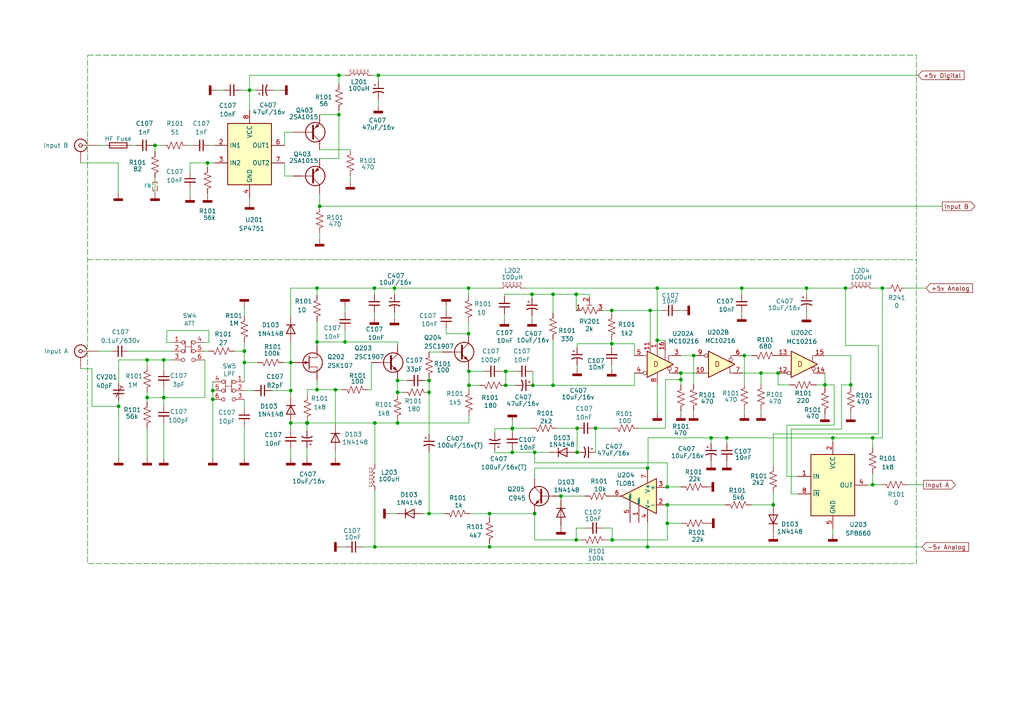
<source format=kicad_sch>
(kicad_sch (version 20230121) (generator eeschema)
  (paper "A4")
  (title_block (title "FCO 1120 Input stage") (date "2023-06-14") (rev "1.0") (company "radioman"))
  (junction (at 98.298 21.844))
  (junction (at 61.722 115.824))
  (junction (at 108.585 83.566))
  (junction (at 124.46 113.792))
  (junction (at 233.934 83.566))
  (junction (at 124.46 148.971))
  (junction (at 136.017 107.696))
  (junction (at 115.316 122.682))
  (junction (at 160.401 111.76))
  (junction (at 246.761 111.633))
  (junction (at 92.71 59.817))
  (junction (at 148.59 124.333))
  (junction (at 98.298 33.274))
  (junction (at 42.672 104.394))
  (junction (at 115.316 113.792))
  (junction (at 84.328 105.156))
  (junction (at 84.328 113.284))
  (junction (at 136.017 111.76))
  (junction (at 155.067 148.971))
  (junction (at 47.498 104.394))
  (junction (at 177.419 90.043))
  (junction (at 70.866 101.854))
  (junction (at 239.268 111.633))
  (junction (at 188.595 90.043))
  (junction (at 84.328 122.682))
  (junction (at 154.559 111.76))
  (junction (at 146.685 111.76))
  (junction (at 148.59 131.191))
  (junction (at 109.728 21.844))
  (junction (at 160.401 85.344))
  (junction (at 61.722 113.284))
  (junction (at 241.554 127))
  (junction (at 162.687 143.891))
  (junction (at 135.89 83.566))
  (junction (at 97.282 113.03))
  (junction (at 224.282 146.431))
  (junction (at 141.986 158.623))
  (junction (at 167.386 124.206))
  (junction (at 253.111 127))
  (junction (at 190.627 98.679))
  (junction (at 190.627 83.566))
  (junction (at 193.548 141.224))
  (junction (at 91.948 113.03))
  (junction (at 135.89 96.774))
  (junction (at 100.076 99.187))
  (junction (at 187.833 158.623))
  (junction (at 141.986 148.971))
  (junction (at 34.417 117.856))
  (junction (at 124.46 110.363))
  (junction (at 42.672 115.316))
  (junction (at 197.485 110.109))
  (junction (at 193.548 146.431))
  (junction (at 115.316 110.363))
  (junction (at 70.866 105.156))
  (junction (at 47.498 115.316))
  (junction (at 197.485 108.204))
  (junction (at 201.168 103.124))
  (junction (at 220.726 108.204))
  (junction (at 167.386 131.191))
  (junction (at 206.248 127))
  (junction (at 60.198 47.244))
  (junction (at 215.138 83.566))
  (junction (at 167.132 85.344))
  (junction (at 245.237 83.566))
  (junction (at 44.958 42.164))
  (junction (at 146.685 107.696))
  (junction (at 155.067 131.191))
  (junction (at 187.833 135.763))
  (junction (at 255.905 83.566))
  (junction (at 108.712 158.623))
  (junction (at 72.39 26.162))
  (junction (at 114.427 83.566))
  (junction (at 177.546 156.591))
  (junction (at 89.027 122.682))
  (junction (at 172.72 124.206))
  (junction (at 167.132 156.591))
  (junction (at 154.305 85.344))
  (junction (at 193.548 151.765))
  (junction (at 177.419 99.695))
  (junction (at 108.712 122.682))
  (junction (at 91.948 99.187))
  (junction (at 210.82 127))
  (junction (at 148.59 124.206))
  (junction (at 89.154 122.682))
  (junction (at 253.111 140.589))
  (junction (at 91.948 83.566))
  (junction (at 215.9 103.124))
  (junction (at 225.679 108.204))
  (wire (pts (xy 44.958 42.164) (xy 44.958 43.942)))
  (wire (pts (xy 115.316 110.363) (xy 115.316 113.792)))
  (wire (pts (xy 193.548 141.224) (xy 197.485 141.224)))
  (wire (pts (xy 59.182 101.854) (xy 60.452 101.854)))
  (wire (pts (xy 61.722 110.744) (xy 61.722 113.284)))
  (wire (pts (xy 124.46 113.792) (xy 124.46 125.984)))
  (wire (pts (xy 62.738 26.162) (xy 64.77 26.162)))
  (wire (pts (xy 148.463 131.191) (xy 148.59 131.191)))
  (wire (pts (xy 115.316 121.92) (xy 115.316 122.682)))
  (wire (pts (xy 206.248 127) (xy 206.248 128.651)))
  (wire (pts (xy 241.935 123.317) (xy 241.935 111.633)))
  (wire (pts (xy 115.316 110.363) (xy 118.11 110.363)))
  (wire (pts (xy 154.305 86.487) (xy 154.305 85.344)))
  (wire (pts (xy 160.401 90.805) (xy 160.401 85.344)))
  (wire (pts (xy 107.95 21.844) (xy 109.728 21.844)))
  (wire (pts (xy 193.548 156.591) (xy 177.546 156.591)))
  (wire (pts (xy 97.282 113.03) (xy 99.187 113.03)))
  (wire (pts (xy 197.485 119.253) (xy 197.485 119.888)))
  (wire (pts (xy 239.268 108.204) (xy 239.268 111.633)))
  (wire (pts (xy 70.866 123.444) (xy 70.866 132.842)))
  (wire (pts (xy 197.485 108.204) (xy 201.803 108.204)))
  (wire (pts (xy 154.305 85.344) (xy 160.401 85.344)))
  (wire (pts (xy 108.585 83.566) (xy 114.427 83.566)))
  (wire (pts (xy 26.67 106.934) (xy 23.368 106.934)))
  (wire (pts (xy 91.948 83.566) (xy 108.585 83.566)))
  (wire (pts (xy 92.71 59.817) (xy 92.71 59.944)))
  (wire (pts (xy 170.942 85.344) (xy 170.942 86.233)))
  (wire (pts (xy 236.728 111.633) (xy 239.268 111.633)))
  (wire (pts (xy 146.304 85.344) (xy 154.305 85.344)))
  (wire (pts (xy 34.29 47.244) (xy 34.29 56.134)))
  (wire (pts (xy 148.59 124.206) (xy 154.051 124.206)))
  (wire (pts (xy 108.585 90.551) (xy 108.585 92.075)))
  (wire (pts (xy 42.672 115.316) (xy 42.672 113.792)))
  (wire (pts (xy 92.71 59.817) (xy 273.304 59.817)))
  (wire (pts (xy 89.154 122.174) (xy 89.154 122.682)))
  (wire (pts (xy 160.401 111.76) (xy 154.559 111.76)))
  (wire (pts (xy 193.548 151.765) (xy 197.612 151.765)))
  (wire (pts (xy 167.386 124.206) (xy 167.386 131.191)))
  (wire (pts (xy 84.328 129.921) (xy 84.328 132.842)))
  (wire (pts (xy 70.866 115.824) (xy 70.866 118.364)))
  (wire (pts (xy 201.168 103.124) (xy 201.168 111.506)))
  (wire (pts (xy 84.328 105.156) (xy 82.296 105.156)))
  (wire (pts (xy 84.328 122.682) (xy 84.328 124.841)))
  (wire (pts (xy 205.105 141.224) (xy 204.978 141.224)))
  (wire (pts (xy 210.312 146.431) (xy 193.548 146.431)))
  (wire (pts (xy 190.627 83.566) (xy 215.138 83.566)))
  (wire (pts (xy 205.232 151.765) (xy 205.105 151.765)))
  (wire (pts (xy 70.866 88.9) (xy 70.866 91.694)))
  (wire (pts (xy 154.559 107.696) (xy 154.559 111.76)))
  (wire (pts (xy 60.198 56.134) (xy 60.198 56.642)))
  (wire (pts (xy 59.436 104.394) (xy 59.436 115.316)))
  (wire (pts (xy 197.485 108.204) (xy 197.485 110.109)))
  (wire (pts (xy 97.282 113.03) (xy 91.948 113.03)))
  (wire (pts (xy 55.118 54.864) (xy 55.118 56.642)))
  (wire (pts (xy 44.958 42.164) (xy 46.99 42.164)))
  (wire (pts (xy 215.138 90.551) (xy 215.138 91.186)))
  (wire (pts (xy 61.722 113.284) (xy 61.722 115.824)))
  (wire (pts (xy 160.401 85.344) (xy 167.132 85.344)))
  (wire (pts (xy 210.82 133.731) (xy 210.82 134.239)))
  (wire (pts (xy 89.154 114.554) (xy 89.154 113.03)))
  (wire (pts (xy 34.417 117.856) (xy 26.67 117.856)))
  (wire (pts (xy 25.4 75.311) (xy 265.811 75.311)) (stroke (width 0) (type dash)))
  (wire (pts (xy 177.419 90.043) (xy 177.419 90.932)))
  (wire (pts (xy 148.59 124.206) (xy 148.59 124.333)))
  (wire (pts (xy 220.726 108.204) (xy 220.726 111.252)))
  (wire (pts (xy 239.268 120.269) (xy 239.268 120.015)))
  (wire (pts (xy 114.427 83.566) (xy 114.427 85.471)))
  (wire (pts (xy 50.038 104.394) (xy 47.498 104.394)))
  (wire (pts (xy 184.023 103.124) (xy 184.023 99.695)))
  (wire (pts (xy 228.219 138.176) (xy 231.394 138.176)))
  (wire (pts (xy 115.316 114.3) (xy 115.316 113.792)))
  (wire (pts (xy 162.687 143.891) (xy 162.687 144.907)))
  (wire (pts (xy 177.419 105.918) (xy 177.419 107.061)))
  (wire (pts (xy 89.027 129.921) (xy 89.027 132.842)))
  (wire (pts (xy 98.298 21.844) (xy 100.33 21.844)))
  (wire (pts (xy 190.627 83.566) (xy 190.627 98.679)))
  (wire (pts (xy 187.96 135.763) (xy 187.833 135.763)))
  (wire (pts (xy 129.413 88.9) (xy 129.413 90.17)))
  (wire (pts (xy 196.977 90.043) (xy 197.993 90.043)))
  (wire (pts (xy 135.89 93.345) (xy 135.89 96.774)))
  (wire (pts (xy 215.138 83.566) (xy 215.138 85.471)))
  (wire (pts (xy 246.761 103.124) (xy 246.761 111.633)))
  (wire (pts (xy 139.065 111.76) (xy 136.017 111.76)))
  (wire (pts (xy 42.672 104.394) (xy 42.672 106.172)))
  (wire (pts (xy 167.386 131.191) (xy 167.64 131.191)))
  (wire (pts (xy 253.111 140.589) (xy 255.651 140.589)))
  (wire (pts (xy 109.728 21.844) (xy 109.728 23.622)))
  (wire (pts (xy 172.72 124.206) (xy 177.673 124.206)))
  (wire (pts (xy 59.436 115.316) (xy 47.498 115.316)))
  (wire (pts (xy 136.017 107.696) (xy 140.335 107.696)))
  (wire (pts (xy 193.548 146.431) (xy 193.548 151.765)))
  (wire (pts (xy 143.51 131.318) (xy 143.51 130.683)))
  (wire (pts (xy 82.55 38.354) (xy 85.09 38.354)))
  (wire (pts (xy 155.067 135.763) (xy 187.833 135.763)))
  (wire (pts (xy 34.417 111.125) (xy 34.417 104.394)))
  (wire (pts (xy 91.948 110.236) (xy 91.948 113.03)))
  (wire (pts (xy 251.714 140.716) (xy 253.111 140.716)))
  (wire (pts (xy 113.284 148.971) (xy 115.062 148.971)))
  (wire (pts (xy 34.417 116.205) (xy 34.417 117.856)))
  (wire (pts (xy 263.271 140.589) (xy 267.843 140.589)))
  (wire (pts (xy 47.498 115.316) (xy 47.498 117.602)))
  (wire (pts (xy 239.014 103.124) (xy 246.761 103.124)))
  (wire (pts (xy 109.728 21.844) (xy 266.319 21.844)))
  (wire (pts (xy 228.219 123.317) (xy 241.935 123.317)))
  (wire (pts (xy 184.023 108.204) (xy 184.023 111.76)))
  (wire (pts (xy 154.305 91.567) (xy 154.305 92.583)))
  (wire (pts (xy 210.82 127) (xy 210.82 128.651)))
  (wire (pts (xy 47.498 112.268) (xy 47.498 115.316)))
  (wire (pts (xy 124.46 110.363) (xy 124.46 113.792)))
  (wire (pts (xy 135.89 96.774) (xy 135.89 97.028)))
  (wire (pts (xy 246.761 119.761) (xy 246.761 120.269)))
  (wire (pts (xy 188.595 90.043) (xy 191.897 90.043)))
  (wire (pts (xy 44.45 42.164) (xy 44.958 42.164)))
  (wire (pts (xy 239.268 111.633) (xy 239.268 112.395)))
  (wire (pts (xy 47.498 115.316) (xy 42.672 115.316)))
  (wire (pts (xy 34.417 117.856) (xy 34.417 132.842)))
  (wire (pts (xy 225.679 108.204) (xy 225.806 108.204)))
  (wire (pts (xy 177.419 99.695) (xy 184.023 99.695)))
  (wire (pts (xy 97.282 130.81) (xy 97.282 132.842)))
  (wire (pts (xy 100.076 99.187) (xy 115.316 99.187)))
  (wire (pts (xy 72.39 21.844) (xy 72.39 26.162)))
  (wire (pts (xy 193.548 134.239) (xy 193.548 141.224)))
  (wire (pts (xy 210.82 127) (xy 241.554 127)))
  (wire (pts (xy 50.038 99.314) (xy 48.387 99.314)))
  (wire (pts (xy 38.1 42.164) (xy 39.37 42.164)))
  (wire (pts (xy 55.118 49.784) (xy 55.118 47.244)))
  (wire (pts (xy 148.59 131.191) (xy 148.59 131.318)))
  (wire (pts (xy 172.72 124.206) (xy 172.466 124.206)))
  (wire (pts (xy 89.027 124.841) (xy 89.027 122.682)))
  (wire (pts (xy 155.067 156.591) (xy 155.067 148.971)))
  (wire (pts (xy 146.685 111.76) (xy 149.479 111.76)))
  (wire (pts (xy 60.96 42.164) (xy 62.23 42.164)))
  (wire (pts (xy 78.74 113.284) (xy 84.328 113.284)))
  (wire (pts (xy 72.39 26.162) (xy 72.39 32.004)))
  (wire (pts (xy 108.712 158.623) (xy 141.986 158.623)))
  (wire (pts (xy 70.866 113.284) (xy 73.66 113.284)))
  (wire (pts (xy 84.328 99.314) (xy 84.328 105.156)))
  (wire (pts (xy 129.413 96.774) (xy 129.413 95.25)))
  (wire (pts (xy 206.248 127) (xy 210.82 127)))
  (wire (pts (xy 143.51 124.333) (xy 143.51 125.603)))
  (wire (pts (xy 187.833 158.623) (xy 267.462 158.623)))
  (wire (pts (xy 162.687 152.527) (xy 162.687 152.908)))
  (wire (pts (xy 108.712 122.682) (xy 115.316 122.682)))
  (wire (pts (xy 215.138 83.566) (xy 233.934 83.566)))
  (wire (pts (xy 98.298 21.844) (xy 72.39 21.844)))
  (wire (pts (xy 187.833 151.511) (xy 187.833 158.623)))
  (wire (pts (xy 146.685 107.696) (xy 146.685 111.76)))
  (wire (pts (xy 68.072 101.854) (xy 70.866 101.854)))
  (wire (pts (xy 123.19 110.363) (xy 124.46 110.363)))
  (wire (pts (xy 253.492 83.566) (xy 255.905 83.566)))
  (wire (pts (xy 34.417 104.394) (xy 42.672 104.394)))
  (wire (pts (xy 220.726 118.872) (xy 220.726 119.888)))
  (wire (pts (xy 197.485 110.109) (xy 197.485 111.633)))
  (wire (pts (xy 233.934 83.566) (xy 233.934 85.217)))
  (wire (pts (xy 146.304 91.059) (xy 146.304 92.583)))
  (wire (pts (xy 136.017 107.696) (xy 136.017 111.76)))
  (wire (pts (xy 97.282 123.19) (xy 97.282 113.03)))
  (wire (pts (xy 201.168 103.124) (xy 201.803 103.124)))
  (wire (pts (xy 135.89 107.188) (xy 135.89 107.696)))
  (wire (pts (xy 197.485 103.124) (xy 201.168 103.124)))
  (wire (pts (xy 136.017 120.523) (xy 136.017 122.682)))
  (wire (pts (xy 89.027 122.682) (xy 89.154 122.682)))
  (wire (pts (xy 148.59 130.429) (xy 148.59 131.191)))
  (wire (pts (xy 115.316 99.187) (xy 115.316 100.076)))
  (wire (pts (xy 105.156 158.623) (xy 108.712 158.623)))
  (wire (pts (xy 193.04 110.109) (xy 197.485 110.109)))
  (wire (pts (xy 201.168 119.126) (xy 201.168 119.888)))
  (wire (pts (xy 193.548 141.351) (xy 192.913 141.351)))
  (wire (pts (xy 160.401 98.425) (xy 160.401 111.76)))
  (wire (pts (xy 224.282 146.812) (xy 224.282 146.431)))
  (wire (pts (xy 244.094 124.46) (xy 244.094 111.633)))
  (wire (pts (xy 135.89 83.566) (xy 144.653 83.566)))
  (wire (pts (xy 124.46 131.064) (xy 124.46 148.971)))
  (wire (pts (xy 60.198 47.244) (xy 62.23 47.244)))
  (wire (pts (xy 136.017 111.76) (xy 136.017 112.903)))
  (wire (pts (xy 148.59 131.191) (xy 155.067 131.191)))
  (wire (pts (xy 225.679 103.124) (xy 225.806 103.124)))
  (wire (pts (xy 60.579 95.885) (xy 60.579 99.314)))
  (wire (pts (xy 48.387 99.314) (xy 48.387 95.885)))
  (wire (pts (xy 141.986 148.971) (xy 141.986 149.987)))
  (wire (pts (xy 155.067 138.811) (xy 155.067 135.763)))
  (wire (pts (xy 79.248 26.162) (xy 81.28 26.162)))
  (wire (pts (xy 42.672 115.316) (xy 42.672 116.586)))
  (wire (pts (xy 241.554 128.016) (xy 241.554 127)))
  (wire (pts (xy 167.132 153.162) (xy 167.132 156.591)))
  (wire (pts (xy 177.292 143.891) (xy 177.673 143.891)))
  (wire (pts (xy 253.111 127) (xy 255.905 127)))
  (wire (pts (xy 175.006 153.162) (xy 177.546 153.162)))
  (wire (pts (xy 253.111 127) (xy 253.111 129.794)))
  (wire (pts (xy 42.672 124.206) (xy 42.672 132.842)))
  (wire (pts (xy 101.6 51.054) (xy 101.6 52.832)))
  (wire (pts (xy 215.9 103.124) (xy 215.9 111.125)))
  (wire (pts (xy 224.282 135.255) (xy 224.282 125.857)))
  (wire (pts (xy 70.866 105.156) (xy 70.866 101.854)))
  (wire (pts (xy 141.986 148.971) (xy 155.067 148.971)))
  (wire (pts (xy 44.958 51.562) (xy 44.958 56.134)))
  (wire (pts (xy 107.696 105.156) (xy 107.696 113.03)))
  (wire (pts (xy 148.59 124.333) (xy 148.59 125.349)))
  (wire (pts (xy 167.386 105.918) (xy 167.386 106.934)))
  (wire (pts (xy 99.06 158.623) (xy 100.076 158.623)))
  (wire (pts (xy 129.413 96.774) (xy 135.89 96.774)))
  (wire (pts (xy 114.427 90.551) (xy 114.427 92.202)))
  (wire (pts (xy 47.498 104.394) (xy 47.498 107.188)))
  (wire (pts (xy 184.023 111.76) (xy 160.401 111.76)))
  (wire (pts (xy 255.905 83.566) (xy 255.905 127)))
  (wire (pts (xy 82.55 38.354) (xy 82.55 42.164)))
  (wire (pts (xy 224.282 125.857) (xy 254.762 125.857)))
  (wire (pts (xy 108.712 142.24) (xy 108.712 158.623)))
  (wire (pts (xy 262.509 83.566) (xy 268.605 83.566)))
  (wire (pts (xy 136.017 107.696) (xy 135.89 107.696)))
  (wire (pts (xy 155.067 131.191) (xy 155.067 134.239)))
  (wire (pts (xy 174.752 90.043) (xy 177.419 90.043)))
  (wire (pts (xy 48.387 95.885) (xy 60.579 95.885)))
  (wire (pts (xy 84.328 113.284) (xy 84.328 115.062)))
  (wire (pts (xy 37.338 101.854) (xy 50.038 101.854)))
  (wire (pts (xy 193.548 151.765) (xy 193.548 156.591)))
  (wire (pts (xy 98.298 33.274) (xy 92.71 33.274)))
  (wire (pts (xy 233.934 90.297) (xy 233.934 91.313)))
  (wire (pts (xy 187.96 127) (xy 187.96 135.763)))
  (wire (pts (xy 220.726 108.204) (xy 225.679 108.204)))
  (wire (pts (xy 167.386 99.695) (xy 177.419 99.695)))
  (wire (pts (xy 98.298 45.974) (xy 98.298 33.274)))
  (wire (pts (xy 177.419 99.695) (xy 177.419 100.838)))
  (wire (pts (xy 89.154 122.682) (xy 108.712 122.682)))
  (wire (pts (xy 82.55 51.054) (xy 82.55 47.244)))
  (wire (pts (xy 124.46 148.971) (xy 128.778 148.971)))
  (wire (pts (xy 146.685 107.696) (xy 149.352 107.696)))
  (wire (pts (xy 145.415 107.696) (xy 146.685 107.696)))
  (wire (pts (xy 245.237 83.566) (xy 245.872 83.566)))
  (wire (pts (xy 72.39 57.404) (xy 72.39 58.674)))
  (wire (pts (xy 115.316 113.792) (xy 116.84 113.792)))
  (wire (pts (xy 193.548 141.351) (xy 193.548 141.224)))
  (wire (pts (xy 215.265 103.124) (xy 215.9 103.124)))
  (wire (pts (xy 109.728 28.702) (xy 109.728 30.734)))
  (wire (pts (xy 167.005 131.191) (xy 167.386 131.191)))
  (wire (pts (xy 225.679 111.633) (xy 225.679 108.204)))
  (wire (pts (xy 91.948 93.218) (xy 91.948 99.187)))
  (wire (pts (xy 152.273 83.566) (xy 190.627 83.566)))
  (wire (pts (xy 229.489 143.256) (xy 229.489 124.46)))
  (wire (pts (xy 188.595 90.043) (xy 177.419 90.043)))
  (wire (pts (xy 47.498 122.682) (xy 47.498 132.842)))
  (wire (pts (xy 135.89 83.566) (xy 135.89 85.725)))
  (wire (pts (xy 115.316 122.682) (xy 136.017 122.682)))
  (wire (pts (xy 190.627 111.506) (xy 190.627 119.888)))
  (wire (pts (xy 115.316 110.236) (xy 115.316 110.363)))
  (wire (pts (xy 98.298 21.844) (xy 98.298 24.384)))
  (wire (pts (xy 92.71 67.564) (xy 92.71 69.342)))
  (wire (pts (xy 167.132 85.344) (xy 167.132 90.043)))
  (wire (pts (xy 245.237 83.566) (xy 245.237 100.203)))
  (wire (pts (xy 89.154 113.03) (xy 91.948 113.03)))
  (wire (pts (xy 229.108 111.633) (xy 225.679 111.633)))
  (wire (pts (xy 148.59 122.428) (xy 148.59 124.206)))
  (wire (pts (xy 70.866 110.744) (xy 70.866 105.156)))
  (wire (pts (xy 28.448 101.854) (xy 32.258 101.854)))
  (wire (pts (xy 246.761 111.633) (xy 246.761 112.141)))
  (wire (pts (xy 143.51 131.318) (xy 148.59 131.318)))
  (wire (pts (xy 114.427 83.566) (xy 135.89 83.566)))
  (wire (pts (xy 100.076 95.758) (xy 100.076 99.187)))
  (wire (pts (xy 167.132 85.344) (xy 170.942 85.344)))
  (wire (pts (xy 177.419 98.552) (xy 177.419 99.695)))
  (wire (pts (xy 136.398 148.971) (xy 141.986 148.971)))
  (wire (pts (xy 215.9 118.745) (xy 215.9 119.888)))
  (wire (pts (xy 162.687 143.891) (xy 169.672 143.891)))
  (wire (pts (xy 91.948 100.076) (xy 91.948 99.187)))
  (wire (pts (xy 215.9 103.124) (xy 218.059 103.124)))
  (wire (pts (xy 254.762 125.857) (xy 254.762 100.203)))
  (wire (pts (xy 91.948 99.187) (xy 100.076 99.187)))
  (wire (pts (xy 177.546 153.162) (xy 177.546 156.591)))
  (wire (pts (xy 47.498 104.394) (xy 42.672 104.394)))
  (wire (pts (xy 100.076 88.9) (xy 100.076 90.678)))
  (wire (pts (xy 70.866 105.156) (xy 74.676 105.156)))
  (wire (pts (xy 161.671 124.206) (xy 167.386 124.206)))
  (wire (pts (xy 228.219 138.176) (xy 228.219 123.317)))
  (wire (pts (xy 141.986 158.623) (xy 187.833 158.623)))
  (wire (pts (xy 155.067 134.239) (xy 193.548 134.239)))
  (wire (pts (xy 231.394 143.256) (xy 229.489 143.256)))
  (wire (pts (xy 193.04 124.206) (xy 193.04 110.109)))
  (wire (pts (xy 84.328 83.566) (xy 91.948 83.566)))
  (wire (pts (xy 244.094 111.633) (xy 246.761 111.633)))
  (wire (pts (xy 92.71 45.974) (xy 98.298 45.974)))
  (wire (pts (xy 206.248 133.731) (xy 206.248 134.239)))
  (wire (pts (xy 167.386 100.838) (xy 167.386 99.695)))
  (wire (pts (xy 190.627 98.679) (xy 192.913 98.679)))
  (wire (pts (xy 245.237 100.203) (xy 254.762 100.203)))
  (wire (pts (xy 169.926 153.162) (xy 167.132 153.162)))
  (wire (pts (xy 82.55 51.054) (xy 85.09 51.054)))
  (wire (pts (xy 108.712 122.682) (xy 108.712 134.62)))
  (wire (pts (xy 185.293 124.206) (xy 193.04 124.206)))
  (wire (pts (xy 108.585 85.471) (xy 108.585 83.566)))
  (wire (pts (xy 167.132 156.591) (xy 155.067 156.591)))
  (wire (pts (xy 233.934 83.566) (xy 245.237 83.566)))
  (wire (pts (xy 92.71 56.134) (xy 92.71 59.817)))
  (wire (pts (xy 154.432 107.696) (xy 154.559 107.696)))
  (wire (pts (xy 187.96 127) (xy 206.248 127)))
  (wire (pts (xy 224.282 142.875) (xy 224.282 146.431)))
  (wire (pts (xy 188.595 99.06) (xy 188.595 90.043)))
  (wire (pts (xy 26.67 106.934) (xy 26.67 117.856)))
  (wire (pts (xy 124.46 102.108) (xy 128.27 102.108)))
  (wire (pts (xy 241.554 127) (xy 253.111 127)))
  (wire (pts (xy 28.448 42.164) (xy 30.48 42.164)))
  (wire (pts (xy 54.61 42.164) (xy 55.88 42.164)))
  (wire (pts (xy 177.546 156.591) (xy 176.022 156.591)))
  (wire (pts (xy 146.304 85.979) (xy 146.304 85.344)))
  (wire (pts (xy 59.182 104.394) (xy 59.436 104.394)))
  (wire (pts (xy 84.328 113.284) (xy 84.328 105.156)))
  (wire (pts (xy 155.067 131.191) (xy 159.385 131.191)))
  (wire (pts (xy 34.29 47.244) (xy 23.368 47.244)))
  (wire (pts (xy 253.111 140.716) (xy 253.111 140.589)))
  (wire (pts (xy 253.111 137.414) (xy 253.111 140.589)))
  (wire (pts (xy 192.913 98.679) (xy 192.913 99.06)))
  (wire (pts (xy 84.328 83.566) (xy 84.328 91.694)))
  (wire (pts (xy 60.198 48.514) (xy 60.198 47.244)))
  (wire (pts (xy 148.59 124.333) (xy 143.51 124.333)))
  (wire (pts (xy 106.807 113.03) (xy 107.696 113.03)))
  (wire (pts (xy 72.39 26.162) (xy 74.168 26.162)))
  (wire (pts (xy 241.935 111.633) (xy 239.268 111.633)))
  (wire (pts (xy 224.282 154.432) (xy 224.282 154.94)))
  (wire (pts (xy 92.71 43.434) (xy 101.6 43.434)))
  (wire (pts (xy 84.328 122.682) (xy 89.027 122.682)))
  (wire (pts (xy 122.682 148.971) (xy 124.46 148.971)))
  (wire (pts (xy 190.627 99.06) (xy 190.627 98.679)))
  (wire (pts (xy 192.913 146.431) (xy 193.548 146.431)))
  (wire (pts (xy 215.265 108.204) (xy 220.726 108.204)))
  (wire (pts (xy 70.866 99.314) (xy 70.866 101.854)))
  (wire (pts (xy 167.132 156.591) (xy 168.402 156.591)))
  (wire (pts (xy 241.554 154.94) (xy 241.554 153.416)))
  (wire (pts (xy 124.46 109.728) (xy 124.46 110.363)))
  (wire (pts (xy 98.298 32.004) (xy 98.298 33.274)))
  (wire (pts (xy 69.85 26.162) (xy 72.39 26.162)))
  (wire (pts (xy 217.932 146.431) (xy 224.282 146.431)))
  (wire (pts (xy 187.833 135.763) (xy 187.833 136.271)))
  (wire (pts (xy 141.986 157.607) (xy 141.986 158.623)))
  (wire (pts (xy 172.72 124.206) (xy 172.72 131.191)))
  (wire (pts (xy 60.579 99.314) (xy 59.182 99.314)))
  (wire (pts (xy 55.118 47.244) (xy 60.198 47.244)))
  (wire (pts (xy 91.948 83.566) (xy 91.948 85.598)))
  (wire (pts (xy 255.905 83.566) (xy 257.429 83.566)))
  (wire (pts (xy 229.489 124.46) (xy 244.094 124.46)))
  (wire (pts (xy 61.722 132.842) (xy 61.722 115.824)))
  (rectangle (start 25.4 16.002) (end 265.811 163.449) (stroke (width 0) (type dash) (color 0 132 0 1)))
  (rectangle (start 44.323 52.832) (end 45.593 55.372) (stroke (width 0) (type dash) (color 132 0 0 1)))
  (text "FB" (at 41.783 54.737 0) (effects (font (size 1 1)) (justify left bottom)))
  (global_label "Input A" (shape output) (at 267.843 140.589 0) (property "Intersheetrefs" "${INTERSHEET_REFS}" (effects hide)))
  (global_label "-5v Analog" (shape input) (at 267.462 158.623 0) (property "Intersheetrefs" "${INTERSHEET_REFS}" (effects hide)))
  (global_label "+5v Digital" (shape input) (at 266.319 21.844 0) (property "Intersheetrefs" "${INTERSHEET_REFS}" (effects hide)))
  (global_label "+5v Analog" (shape input) (at 268.605 83.566 0) (property "Intersheetrefs" "${INTERSHEET_REFS}" (effects hide)))
  (global_label "Input B" (shape output) (at 273.304 59.817 0) (property "Intersheetrefs" "${INTERSHEET_REFS}" (effects hide)))
  (symbol (lib_id "Diode:1N4148") (at 162.687 148.717 270) (unit 1)
    (property "Reference" "D103" (at 164.211 139.827 90))
    (property "Value" "1N4148" (at 164.338 142.113 90))
    (property "Footprint" "Diode_THT:D_DO-35_SOD27_P7.62mm_Horizontal" (effects hide))
    (property "Datasheet" "https://assets.nexperia.com/documents/data-sheet/1N4148_1N4448.pdf" (effects hide))
    (property "Sim.Device" "D" (effects hide))
    (property "Sim.Pins" "1=K 2=A" (effects hide))
    (instances (project "fco_1120" (path "" (reference "D103") (unit 1)) (path "" (reference "D103") (unit 1)) (path "" (reference "D207") (unit 1))))
  )
  (symbol (lib_id "Device:C_Small") (at 67.31 26.162 90) (unit 1)
    (property "Reference" "C107" (at 66.04 30.607 90))
    (property "Value" "10nF" (at 66.04 33.147 90))
    (instances (project "fco_1120" (path "" (reference "C107") (unit 1)) (path "" (reference "C1") (unit 1)) (path "" (reference "C404") (unit 1)) (path "" (reference "C204") (unit 1))))
  )
  (symbol (lib_id "Device:C_Polarized_Small_US") (at 206.248 131.191 0) (unit 1)
    (property "Reference" "C407" (at 199.136 130.175 0))
    (property "Value" "10uF/16v" (at 199.39 132.207 0))
    (instances (project "fco_1120" (path "" (reference "C407") (unit 1)) (path "" (reference "C234") (unit 1)) (path "" (reference "C234") (unit 1))))
  )
  (symbol (lib_id "Amplifier_Operational:TL081") (at 185.293 143.891 0) (mirror y) (unit 1)
    (property "Reference" "U204" (at 181.483 137.795 0))
    (property "Value" "TL081" (at 181.483 140.208 0))
    (property "Datasheet" "http://www.ti.com/lit/ds/symlink/tl081.pdf" (effects hide))
  )
  (symbol (lib_name "R_US_1") (lib_id "Device:R_US") (at 157.861 124.206 270) (mirror x) (unit 1)
    (property "Reference" "R101" (at 155.575 119.888 90) (effects (justify left)))
    (property "Value" "2k2" (at 156.591 122.174 90) (effects (justify left)))
    (instances (project "fco_1120" (path "" (reference "R101") (unit 1)) (path "" (reference "R1") (unit 1)) (path "" (reference "R411") (unit 1)) (path "" (reference "R232") (unit 1))))
  )
  (symbol (lib_id "Device:C_Polarized_Small_US") (at 109.728 26.162 0) (unit 1)
    (property "Reference" "C407" (at 109.474 34.925 0))
    (property "Value" "47uF/16v" (at 109.728 36.957 0))
    (instances (project "fco_1120" (path "" (reference "C407") (unit 1)) (path "" (reference "C305") (unit 1)) (path "" (reference "C206") (unit 1))))
  )
  (symbol (lib_id "power:GNDD") (at 55.118 56.642 0) (unit 1)
    (property "Reference" "#PWR014" (effects hide))
    (property "Value" "GNDD" (effects hide))
    (instances (project "fco_1120" (path "" (reference "#PWR014") (unit 1)) (path "" (reference "#PWR021") (unit 1)) (path "" (reference "#PWR062") (unit 1)) (path "" (reference "#PWR0108") (unit 1))))
  )
  (symbol (lib_id "Device:R_US") (at 42.672 109.982 0) (mirror x) (unit 1)
    (property "Reference" "R101" (at 36.322 109.093 0) (effects (justify left)))
    (property "Value" "1M" (at 37.084 111.633 0) (effects (justify left)))
    (instances (project "fco_1120" (path "" (reference "R101") (unit 1)) (path "" (reference "R1") (unit 1)) (path "" (reference "R411") (unit 1)) (path "" (reference "R206") (unit 1))))
  )
  (symbol (lib_name "R_US_1") (lib_id "Device:R_US") (at 136.017 116.713 0) (mirror x) (unit 1)
    (property "Reference" "R101" (at 129.413 114.173 0) (effects (justify left)))
    (property "Value" "1k5" (at 130.175 116.713 0) (effects (justify left)))
    (instances (project "fco_1120" (path "" (reference "R101") (unit 1)) (path "" (reference "R1") (unit 1)) (path "" (reference "R411") (unit 1)) (path "" (reference "R217") (unit 1))))
  )
  (symbol (lib_id "Device:C_Small") (at 76.2 113.284 270) (unit 1)
    (property "Reference" "C107" (at 79.756 109.22 90))
    (property "Value" "82pF" (at 79.756 111.76 90))
    (instances (project "fco_1120" (path "" (reference "C107") (unit 1)) (path "" (reference "C1") (unit 1)) (path "" (reference "C404") (unit 1)) (path "" (reference "C211") (unit 1))))
  )
  (symbol (lib_id "Device:L_Ferrite") (at 249.682 83.566 90) (unit 1)
    (property "Reference" "L204" (at 249.809 78.486 90))
    (property "Value" "100uH" (at 249.809 80.391 90))
  )
  (symbol (lib_id "power:GNDD") (at 109.728 30.734 0) (unit 1)
    (property "Reference" "#PWR014" (effects hide))
    (property "Value" "GNDD" (effects hide))
    (instances (project "fco_1120" (path "" (reference "#PWR014") (unit 1)) (path "" (reference "#PWR021") (unit 1)) (path "" (reference "#PWR062") (unit 1)) (path "" (reference "#PWR0113") (unit 1))))
  )
  (symbol (lib_id "Device:C_Small") (at 34.798 101.854 270) (unit 1)
    (property "Reference" "C107" (at 34.925 96.266 90))
    (property "Value" "0.1uF/630v" (at 34.925 98.806 90))
    (instances (project "fco_1120" (path "" (reference "C107") (unit 1)) (path "" (reference "C1") (unit 1)) (path "" (reference "C404") (unit 1)) (path "" (reference "C207") (unit 1))))
  )
  (symbol (lib_id "kikusui:DPDT") (at 66.294 112.776 0) (mirror y) (unit 1)
    (property "Reference" "SW5" (at 66.548 106.172 0))
    (property "Value" "LPF" (at 66.548 108.458 0))
  )
  (symbol (lib_id "Diode:1N4148") (at 224.282 150.622 90) (unit 1)
    (property "Reference" "D103" (at 229.108 152.019 90))
    (property "Value" "1N4148" (at 229.108 154.178 90))
    (property "Footprint" "Diode_THT:D_DO-35_SOD27_P7.62mm_Horizontal" (effects hide))
    (property "Datasheet" "https://assets.nexperia.com/documents/data-sheet/1N4148_1N4448.pdf" (effects hide))
    (property "Sim.Device" "D" (effects hide))
    (property "Sim.Pins" "1=K 2=A" (effects hide))
    (instances (project "fco_1120" (path "" (reference "D103") (unit 1)) (path "" (reference "D103") (unit 1)) (path "" (reference "D1") (unit 1))))
  )
  (symbol (lib_id "Device:R_US") (at 78.486 105.156 270) (mirror x) (unit 1)
    (property "Reference" "R101" (at 76.581 100.584 90) (effects (justify left)))
    (property "Value" "100k" (at 76.454 102.489 90) (effects (justify left)))
    (instances (project "fco_1120" (path "" (reference "R101") (unit 1)) (path "" (reference "R1") (unit 1)) (path "" (reference "R411") (unit 1)) (path "" (reference "R209") (unit 1))))
  )
  (symbol (lib_id "power:GNDD") (at 146.304 92.583 0) (unit 1)
    (property "Reference" "#PWR014" (effects hide))
    (property "Value" "GNDD" (effects hide))
    (instances (project "fco_1120" (path "" (reference "#PWR014") (unit 1)) (path "" (reference "#PWR021") (unit 1)) (path "" (reference "#PWR062") (unit 1)) (path "" (reference "#PWR0138") (unit 1))))
  )
  (symbol (lib_id "Device:L_Ferrite") (at 148.463 83.566 90) (unit 1)
    (property "Reference" "L202" (at 148.59 78.486 90))
    (property "Value" "100uH" (at 148.59 80.391 90))
  )
  (symbol (lib_id "power:GNDD") (at 162.687 152.908 0) (unit 1)
    (property "Reference" "#PWR014" (effects hide))
    (property "Value" "GNDD" (effects hide))
    (instances (project "fco_1120" (path "" (reference "#PWR014") (unit 1)) (path "" (reference "#PWR021") (unit 1)) (path "" (reference "#PWR062") (unit 1)) (path "" (reference "#PWR0147") (unit 1))))
  )
  (symbol (lib_id "Device:C_Small") (at 210.82 131.191 0) (unit 1)
    (property "Reference" "C107" (at 215.392 130.937 0))
    (property "Value" "10nF" (at 215.646 132.715 0))
    (instances (project "fco_1120" (path "" (reference "C107") (unit 1)) (path "" (reference "C1") (unit 1)) (path "" (reference "C233") (unit 1)) (path "" (reference "C233") (unit 1))))
  )
  (symbol (lib_id "Device:R_US") (at 201.168 115.316 0) (mirror x) (unit 1)
    (property "Reference" "R101" (at 202.565 114.554 0) (effects (justify left)))
    (property "Value" "470" (at 203.2 116.459 0) (effects (justify left)))
    (instances (project "fco_1120" (path "" (reference "R101") (unit 1)) (path "" (reference "R1") (unit 1)) (path "" (reference "R411") (unit 1)) (path "" (reference "R224") (unit 1))))
  )
  (symbol (lib_id "power:GNDD") (at 167.386 106.934 0) (unit 1)
    (property "Reference" "#PWR014" (effects hide))
    (property "Value" "GNDD" (effects hide))
    (instances (project "fco_1120" (path "" (reference "#PWR014") (unit 1)) (path "" (reference "#PWR021") (unit 1)) (path "" (reference "#PWR062") (unit 1)) (path "" (reference "#PWR0141") (unit 1))))
  )
  (symbol (lib_id "Simulation_SPICE:PNP") (at 90.17 51.054 0) (mirror x) (unit 1)
    (property "Reference" "Q403" (at 85.09 44.704 0) (effects (justify left)))
    (property "Value" "2SA1015" (at 83.82 46.609 0) (effects (justify left)))
    (property "Sim.Device" "PNP" (effects hide))
    (property "Sim.Type" "GUMMELPOON" (effects hide))
    (property "Sim.Pins" "1=C 2=B 3=E" (effects hide))
    (instances (project "fco_1120" (path "" (reference "Q403") (unit 1)) (path "" (reference "Q206") (unit 1))))
  )
  (symbol (lib_id "Device:R_US") (at 120.65 113.792 270) (mirror x) (unit 1)
    (property "Reference" "R101" (at 117.348 116.332 90) (effects (justify left)))
    (property "Value" "180" (at 118.11 118.618 90) (effects (justify left)))
    (instances (project "fco_1120" (path "" (reference "R101") (unit 1)) (path "" (reference "R1") (unit 1)) (path "" (reference "R411") (unit 1)) (path "" (reference "R239") (unit 1))))
  )
  (symbol (lib_id "Device:R_US") (at 246.761 115.951 0) (mirror x) (unit 1)
    (property "Reference" "R101" (at 248.158 114.681 0) (effects (justify left)))
    (property "Value" "470" (at 248.412 116.586 0) (effects (justify left)))
    (instances (project "fco_1120" (path "" (reference "R101") (unit 1)) (path "" (reference "R1") (unit 1)) (path "" (reference "R411") (unit 1)) (path "" (reference "R229") (unit 1))))
  )
  (symbol (lib_id "Device:C_Small") (at 148.59 127.889 180) (unit 1)
    (property "Reference" "C107" (at 152.908 127.508 0))
    (property "Value" "10nF" (at 153.035 129.794 0))
    (instances (project "fco_1120" (path "" (reference "C107") (unit 1)) (path "" (reference "C1") (unit 1)) (path "" (reference "C404") (unit 1)) (path "" (reference "C231") (unit 1))))
  )
  (symbol (lib_id "Device:L_Ferrite") (at 108.712 138.43 180) (unit 1)
    (property "Reference" "L203" (at 112.903 137.033 0))
    (property "Value" "100uH" (at 112.903 138.938 0))
  )
  (symbol (lib_name "R_US_1") (lib_id "Device:R_US") (at 172.212 156.591 270) (mirror x) (unit 1)
    (property "Reference" "R101" (at 170.561 159.893 90) (effects (justify left)))
    (property "Value" "100k" (at 170.434 161.925 90) (effects (justify left)))
    (instances (project "fco_1120" (path "" (reference "R101") (unit 1)) (path "" (reference "R1") (unit 1)) (path "" (reference "R411") (unit 1)) (path "" (reference "R211") (unit 1))))
  )
  (symbol (lib_id "Device:R_US") (at 70.866 95.504 0) (mirror x) (unit 1)
    (property "Reference" "R101" (at 65.278 91.567 0) (effects (justify left)))
    (property "Value" "1M" (at 66.421 93.726 0) (effects (justify left)))
    (instances (project "fco_1120" (path "" (reference "R101") (unit 1)) (path "" (reference "R1") (unit 1)) (path "" (reference "R411") (unit 1)) (path "" (reference "R207") (unit 1))))
  )
  (symbol (lib_id "power:GNDD") (at 72.39 58.674 0) (unit 1)
    (property "Reference" "#PWR014" (effects hide))
    (property "Value" "GNDD" (effects hide))
    (instances (project "fco_1120" (path "" (reference "#PWR014") (unit 1)) (path "" (reference "#PWR021") (unit 1)) (path "" (reference "#PWR062") (unit 1)) (path "" (reference "#PWR0107") (unit 1))))
  )
  (symbol (lib_id "Device:R_US") (at 102.997 113.03 270) (mirror x) (unit 1)
    (property "Reference" "R101" (at 101.219 108.966 90) (effects (justify left)))
    (property "Value" "100" (at 101.727 110.617 90) (effects (justify left)))
    (instances (project "fco_1120" (path "" (reference "R101") (unit 1)) (path "" (reference "R1") (unit 1)) (path "" (reference "R411") (unit 1)) (path "" (reference "R212") (unit 1))))
  )
  (symbol (lib_id "Device:C_Small") (at 58.42 42.164 270) (unit 1)
    (property "Reference" "C107" (at 58.42 35.814 90))
    (property "Value" "1nF" (at 58.42 38.354 90))
    (instances (project "fco_1120" (path "" (reference "C107") (unit 1)) (path "" (reference "C1") (unit 1)) (path "" (reference "C404") (unit 1)) (path "" (reference "C202") (unit 1))))
  )
  (symbol (lib_id "kikusui:SP8660") (at 241.554 140.716 0) (unit 1)
    (property "Reference" "U203" (at 248.92 152.146 0))
    (property "Value" "SP8660" (at 248.92 154.686 0))
    (property "Datasheet" "https://www.semiee.com/file/EOL2/ZARLINK-SP8660.pdf" (effects hide))
  )
  (symbol (lib_id "Device:C_Polarized_Small_US") (at 152.019 111.76 270) (unit 1)
    (property "Reference" "C407" (at 151.765 115.189 90))
    (property "Value" "47uF/16v" (at 151.638 117.094 90))
    (instances (project "fco_1120" (path "" (reference "C407") (unit 1)) (path "" (reference "C305") (unit 1)) (path "" (reference "C226") (unit 1))))
  )
  (symbol (lib_id "Device:C_Polarized_Small_US") (at 170.18 131.191 270) (unit 1)
    (property "Reference" "C407" (at 178.054 129.54 90))
    (property "Value" "47uF/16v" (at 177.927 131.445 90))
    (instances (project "fco_1120" (path "" (reference "C407") (unit 1)) (path "" (reference "C305") (unit 1)) (path "" (reference "C210") (unit 1))))
  )
  (symbol (lib_id "Device:C_Small") (at 177.419 103.378 180) (unit 1)
    (property "Reference" "C107" (at 172.847 104.648 0))
    (property "Value" "10nF" (at 173.101 106.553 0))
    (instances (project "fco_1120" (path "" (reference "C107") (unit 1)) (path "" (reference "C1") (unit 1)) (path "" (reference "C404") (unit 1)) (path "" (reference "C239") (unit 1))))
  )
  (symbol (lib_id "Device:R_US") (at 215.9 114.935 0) (mirror x) (unit 1)
    (property "Reference" "R101" (at 209.423 114.046 0) (effects (justify left)))
    (property "Value" "470" (at 210.058 115.951 0) (effects (justify left)))
    (instances (project "fco_1120" (path "" (reference "R101") (unit 1)) (path "" (reference "R1") (unit 1)) (path "" (reference "R411") (unit 1)) (path "" (reference "R225") (unit 1))))
  )
  (symbol (lib_name "R_US_1") (lib_id "Device:R_US") (at 224.282 139.065 0) (mirror x) (unit 1)
    (property "Reference" "R101" (at 217.551 138.049 0) (effects (justify left)))
    (property "Value" "2k2" (at 218.059 139.954 0) (effects (justify left)))
    (instances (project "fco_1120" (path "" (reference "R101") (unit 1)) (path "" (reference "R1") (unit 1)) (path "" (reference "R411") (unit 1)) (path "" (reference "R230") (unit 1))))
  )
  (symbol (lib_name "MC10216_1") (lib_id "kikusui:MC10216") (at 232.41 105.664 0) (unit 3)
    (property "Reference" "U202" (at 232.537 96.52 0))
    (property "Value" "MC10216" (at 232.537 99.06 0))
    (property "Datasheet" "https://www.ic72.com/pdf_file/m/2495.pdf" (effects hide))
  )
  (symbol (lib_name "R_US_1") (lib_id "Device:R_US") (at 214.122 146.431 270) (mirror x) (unit 1)
    (property "Reference" "R101" (at 211.328 142.24 90) (effects (justify left)))
    (property "Value" "5k6" (at 212.344 144.272 90) (effects (justify left)))
    (instances (project "fco_1120" (path "" (reference "R101") (unit 1)) (path "" (reference "R1") (unit 1)) (path "" (reference "R411") (unit 1)) (path "" (reference "R231") (unit 1))))
  )
  (symbol (lib_id "power:GNDD") (at 246.761 120.269 0) (unit 1)
    (property "Reference" "#PWR014" (effects hide))
    (property "Value" "GNDD" (effects hide))
    (instances (project "fco_1120" (path "" (reference "#PWR014") (unit 1)) (path "" (reference "#PWR021") (unit 1)) (path "" (reference "#PWR062") (unit 1)) (path "" (reference "#PWR0155") (unit 1))))
  )
  (symbol (lib_id "power:GNDD") (at 42.672 132.842 0) (unit 1)
    (property "Reference" "#PWR014" (effects hide))
    (property "Value" "GNDD" (effects hide))
    (instances (project "fco_1120" (path "" (reference "#PWR014") (unit 1)) (path "" (reference "#PWR021") (unit 1)) (path "" (reference "#PWR062") (unit 1)) (path "" (reference "#PWR0116") (unit 1))))
  )
  (symbol (lib_name "R_US_1") (lib_id "Device:R_US") (at 253.111 133.604 0) (mirror x) (unit 1)
    (property "Reference" "R101" (at 254.889 132.969 0) (effects (justify left)))
    (property "Value" "1k8" (at 255.651 135.509 0) (effects (justify left)))
    (instances (project "fco_1120" (path "" (reference "R101") (unit 1)) (path "" (reference "R1") (unit 1)) (path "" (reference "R411") (unit 1)) (path "" (reference "R236") (unit 1))))
  )
  (symbol (lib_id "Device:R_US") (at 142.875 111.76 270) (mirror x) (unit 1)
    (property "Reference" "R101" (at 139.573 115.316 90) (effects (justify left)))
    (property "Value" "180" (at 140.335 117.602 90) (effects (justify left)))
    (instances (project "fco_1120" (path "" (reference "R101") (unit 1)) (path "" (reference "R1") (unit 1)) (path "" (reference "R411") (unit 1)) (path "" (reference "R218") (unit 1))))
  )
  (symbol (lib_id "Device:C_Polarized_Small_US") (at 233.934 87.757 0) (unit 1)
    (property "Reference" "C407" (at 227.584 87.376 0))
    (property "Value" "10uF/16v" (at 227.457 89.281 0))
    (instances (project "fco_1120" (path "" (reference "C407") (unit 1)) (path "" (reference "C305") (unit 1)) (path "" (reference "C224") (unit 1))))
  )
  (symbol (lib_id "Diode:1N4148") (at 84.328 118.872 270) (unit 1)
    (property "Reference" "D103" (at 77.978 117.856 90))
    (property "Value" "1N4148" (at 78.486 120.142 90))
    (property "Footprint" "Diode_THT:D_DO-35_SOD27_P7.62mm_Horizontal" (effects hide))
    (property "Datasheet" "https://assets.nexperia.com/documents/data-sheet/1N4148_1N4448.pdf" (effects hide))
    (property "Sim.Device" "D" (effects hide))
    (property "Sim.Pins" "1=K 2=A" (effects hide))
    (instances (project "fco_1120" (path "" (reference "D103") (unit 1)) (path "" (reference "D103") (unit 1)) (path "" (reference "D202") (unit 1))))
  )
  (symbol (lib_id "Device:C_Small") (at 120.65 110.363 270) (unit 1)
    (property "Reference" "C107" (at 120.142 104.521 90))
    (property "Value" "33pF" (at 120.142 107.061 90))
    (instances (project "fco_1120" (path "" (reference "C107") (unit 1)) (path "" (reference "C1") (unit 1)) (path "" (reference "C404") (unit 1)) (path "" (reference "C215") (unit 1))))
  )
  (symbol (lib_id "Device:L_Ferrite") (at 104.14 21.844 90) (unit 1)
    (property "Reference" "L201" (at 104.14 23.749 90))
    (property "Value" "100uH" (at 104.14 25.654 90))
  )
  (symbol (lib_id "Device:C_Small") (at 129.413 92.71 180) (unit 1)
    (property "Reference" "C107" (at 124.079 91.567 0))
    (property "Value" "10nF" (at 124.587 93.98 0))
    (instances (project "fco_1120" (path "" (reference "C107") (unit 1)) (path "" (reference "C1") (unit 1)) (path "" (reference "C404") (unit 1)) (path "" (reference "C223") (unit 1))))
  )
  (symbol (lib_id "Device:R_US") (at 92.71 63.754 0) (mirror x) (unit 1)
    (property "Reference" "R101" (at 94.615 63.119 0) (effects (justify left)))
    (property "Value" "470" (at 95.25 65.024 0) (effects (justify left)))
    (instances (project "fco_1120" (path "" (reference "R101") (unit 1)) (path "" (reference "R1") (unit 1)) (path "" (reference "R411") (unit 1)) (path "" (reference "R204") (unit 1))))
  )
  (symbol (lib_name "R_US_1") (lib_id "Device:R_US") (at 160.401 94.615 0) (mirror x) (unit 1)
    (property "Reference" "R101" (at 161.925 95.885 0) (effects (justify left)))
    (property "Value" "330" (at 162.56 98.298 0) (effects (justify left)))
    (instances (project "fco_1120" (path "" (reference "R101") (unit 1)) (path "" (reference "R1") (unit 1)) (path "" (reference "R411") (unit 1)) (path "" (reference "R219") (unit 1))))
  )
  (symbol (lib_id "power:GNDD") (at 34.29 56.134 0) (unit 1)
    (property "Reference" "#PWR014" (effects hide))
    (property "Value" "GNDD" (effects hide))
    (instances (project "fco_1120" (path "" (reference "#PWR014") (unit 1)) (path "" (reference "#PWR021") (unit 1)) (path "" (reference "#PWR062") (unit 1)) (path "" (reference "#PWR0104") (unit 1))))
  )
  (symbol (lib_id "power:GNDD") (at 60.198 56.642 0) (unit 1)
    (property "Reference" "#PWR014" (effects hide))
    (property "Value" "GNDD" (effects hide))
    (instances (project "fco_1120" (path "" (reference "#PWR014") (unit 1)) (path "" (reference "#PWR021") (unit 1)) (path "" (reference "#PWR062") (unit 1)) (path "" (reference "#PWR0106") (unit 1))))
  )
  (symbol (lib_name "R_US_1") (lib_id "Device:R_US") (at 177.419 94.742 0) (mirror x) (unit 1)
    (property "Reference" "R101" (at 179.197 94.107 0) (effects (justify left)))
    (property "Value" "1k2" (at 179.959 96.647 0) (effects (justify left)))
    (instances (project "fco_1120" (path "" (reference "R101") (unit 1)) (path "" (reference "R1") (unit 1)) (path "" (reference "R411") (unit 1)) (path "" (reference "R220") (unit 1))))
  )
  (symbol (lib_id "Device:C_Trim_Small") (at 34.417 113.665 0) (unit 1)
    (property "Reference" "CV201" (at 27.813 109.347 0) (effects (justify left)))
    (property "Value" "40pF" (at 27.813 111.887 0) (effects (justify left)))
  )
  (symbol (lib_id "power:GNDD") (at 220.726 119.888 0) (unit 1)
    (property "Reference" "#PWR014" (effects hide))
    (property "Value" "GNDD" (effects hide))
    (instances (project "fco_1120" (path "" (reference "#PWR014") (unit 1)) (path "" (reference "#PWR021") (unit 1)) (path "" (reference "#PWR062") (unit 1)) (path "" (reference "#PWR0153") (unit 1))))
  )
  (symbol (lib_id "kikusui:MC10216") (at 190.627 105.664 0) (unit 1)
    (property "Reference" "U202" (at 194.945 96.774 0) (effects (justify left)))
    (property "Value" "MC10216" (at 193.802 98.933 0) (effects (justify left)))
    (property "Datasheet" "https://www.ic72.com/pdf_file/m/2495.pdf" (effects hide))
  )
  (symbol (lib_id "Device:C_Polarized_Small_US") (at 76.708 26.162 90) (unit 1)
    (property "Reference" "C407" (at 77.724 30.48 90))
    (property "Value" "47uF/16v" (at 77.978 32.512 90))
    (instances (project "fco_1120" (path "" (reference "C407") (unit 1)) (path "" (reference "C305") (unit 1)) (path "" (reference "C205") (unit 1))))
  )
  (symbol (lib_id "Device:C_Small") (at 194.437 90.043 270) (unit 1)
    (property "Reference" "C107" (at 194.437 85.725 90))
    (property "Value" "10nF" (at 194.437 87.376 90))
    (instances (project "fco_1120" (path "" (reference "C107") (unit 1)) (path "" (reference "C1") (unit 1)) (path "" (reference "C404") (unit 1)) (path "" (reference "C229") (unit 1))))
  )
  (symbol (lib_id "power:GNDD") (at 34.417 132.842 0) (unit 1)
    (property "Reference" "#PWR014" (effects hide))
    (property "Value" "GNDD" (effects hide))
    (instances (project "fco_1120" (path "" (reference "#PWR014") (unit 1)) (path "" (reference "#PWR021") (unit 1)) (path "" (reference "#PWR062") (unit 1)) (path "" (reference "#PWR0115") (unit 1))))
  )
  (symbol (lib_id "Device:C_Polarized_Small_US") (at 114.427 88.011 0) (unit 1)
    (property "Reference" "C407" (at 114.808 80.01 0))
    (property "Value" "10uF/16v" (at 114.681 81.915 0))
    (instances (project "fco_1120" (path "" (reference "C407") (unit 1)) (path "" (reference "C305") (unit 1)) (path "" (reference "C214") (unit 1))))
  )
  (symbol (lib_id "power:GNDD") (at 201.168 119.888 0) (unit 1)
    (property "Reference" "#PWR014" (effects hide))
    (property "Value" "GNDD" (effects hide))
    (instances (project "fco_1120" (path "" (reference "#PWR014") (unit 1)) (path "" (reference "#PWR021") (unit 1)) (path "" (reference "#PWR062") (unit 1)) (path "" (reference "#PWR0151") (unit 1))))
  )
  (symbol (lib_id "Diode:1N4148") (at 118.872 148.971 0) (unit 1)
    (property "Reference" "D103" (at 118.618 143.51 0))
    (property "Value" "1N4148" (at 118.745 145.796 0))
    (property "Footprint" "Diode_THT:D_DO-35_SOD27_P7.62mm_Horizontal" (effects hide))
    (property "Datasheet" "https://assets.nexperia.com/documents/data-sheet/1N4148_1N4448.pdf" (effects hide))
    (property "Sim.Device" "D" (effects hide))
    (property "Sim.Pins" "1=K 2=A" (effects hide))
    (instances (project "fco_1120" (path "" (reference "D103") (unit 1)) (path "" (reference "D103") (unit 1)) (path "" (reference "D204") (unit 1))))
  )
  (symbol (lib_name "PNP_1") (lib_id "Simulation_SPICE:PNP") (at 90.17 38.354 0) (mirror x) (unit 1)
    (property "Reference" "Q403" (at 85.725 32.004 0) (effects (justify left)))
    (property "Value" "2SA1015" (at 83.82 33.909 0) (effects (justify left)))
    (property "Sim.Device" "PNP" (effects hide))
    (property "Sim.Type" "GUMMELPOON" (effects hide))
    (property "Sim.Pins" "1=C 2=B 3=E" (effects hide))
    (instances (project "fco_1120" (path "" (reference "Q403") (unit 1)) (path "" (reference "Q201") (unit 1))))
  )
  (symbol (lib_id "Simulation_SPICE:NJFET") (at 89.408 105.156 0) (unit 1)
    (property "Reference" "Q202" (at 94.869 103.505 0) (effects (justify left)))
    (property "Value" "2SK107" (at 94.869 106.045 0) (effects (justify left)))
    (property "Sim.Device" "NJFET" (effects hide))
    (property "Sim.Type" "SHICHMANHODGES" (effects hide))
    (property "Sim.Pins" "1=D 2=G 3=S" (effects hide))
  )
  (symbol (lib_id "power:GNDD") (at 47.498 132.842 0) (unit 1)
    (property "Reference" "#PWR014" (effects hide))
    (property "Value" "GNDD" (effects hide))
    (instances (project "fco_1120" (path "" (reference "#PWR014") (unit 1)) (path "" (reference "#PWR021") (unit 1)) (path "" (reference "#PWR062") (unit 1)) (path "" (reference "#PWR0117") (unit 1))))
  )
  (symbol (lib_id "power:GNDD") (at 101.6 52.832 0) (unit 1)
    (property "Reference" "#PWR014" (effects hide))
    (property "Value" "GNDD" (effects hide))
    (instances (project "fco_1120" (path "" (reference "#PWR014") (unit 1)) (path "" (reference "#PWR021") (unit 1)) (path "" (reference "#PWR062") (unit 1)) (path "" (reference "#PWR0111") (unit 1))))
  )
  (symbol (lib_id "Device:Fuse") (at 34.29 42.164 90) (mirror x) (unit 1)
    (property "Reference" "Fuse" (effects hide))
    (property "Value" "HF Fuse" (at 34.29 40.259 90))
    (instances (project "fco_1120" (path "" (reference "Fuse") (unit 1)) (path "" (reference "Fuse1") (unit 1))))
  )
  (symbol (lib_id "Device:C_Small") (at 146.304 88.519 180) (unit 1)
    (property "Reference" "C107" (at 146.304 96.52 0))
    (property "Value" "10nF" (at 146.431 98.806 0))
    (instances (project "fco_1120" (path "" (reference "C107") (unit 1)) (path "" (reference "C1") (unit 1)) (path "" (reference "C404") (unit 1)) (path "" (reference "C228") (unit 1))))
  )
  (symbol (lib_id "Device:R_US") (at 132.588 148.971 90) (mirror x) (unit 1)
    (property "Reference" "R101" (at 135.382 144.399 90) (effects (justify left)))
    (property "Value" "1k" (at 134.239 146.558 90) (effects (justify left)))
    (instances (project "fco_1120" (path "" (reference "R101") (unit 1)) (path "" (reference "R1") (unit 1)) (path "" (reference "R411") (unit 1)) (path "" (reference "R216") (unit 1))))
  )
  (symbol (lib_id "Device:C_Small") (at 215.138 88.011 180) (unit 1)
    (property "Reference" "C107" (at 210.312 87.376 0))
    (property "Value" "10nF" (at 210.82 89.789 0))
    (instances (project "fco_1120" (path "" (reference "C107") (unit 1)) (path "" (reference "C1") (unit 1)) (path "" (reference "C404") (unit 1)) (path "" (reference "C240") (unit 1))))
  )
  (symbol (lib_id "power:GNDD") (at 81.28 26.162 90) (unit 1)
    (property "Reference" "#PWR014" (effects hide))
    (property "Value" "GNDD" (effects hide))
    (instances (project "fco_1120" (path "" (reference "#PWR014") (unit 1)) (path "" (reference "#PWR021") (unit 1)) (path "" (reference "#PWR062") (unit 1)) (path "" (reference "#PWR0110") (unit 1))))
  )
  (symbol (lib_name "R_US_1") (lib_id "Device:R_US") (at 115.316 118.11 0) (mirror x) (unit 1)
    (property "Reference" "R101" (at 108.712 117.348 0) (effects (justify left)))
    (property "Value" "1k8" (at 109.474 119.888 0) (effects (justify left)))
    (instances (project "fco_1120" (path "" (reference "R101") (unit 1)) (path "" (reference "R1") (unit 1)) (path "" (reference "R411") (unit 1)) (path "" (reference "R240") (unit 1))))
  )
  (symbol (lib_id "power:GNDD") (at 70.866 88.9 180) (unit 1)
    (property "Reference" "#PWR014" (effects hide))
    (property "Value" "GNDD" (effects hide))
    (instances (project "fco_1120" (path "" (reference "#PWR014") (unit 1)) (path "" (reference "#PWR021") (unit 1)) (path "" (reference "#PWR062") (unit 1)) (path "" (reference "#PWR0118") (unit 1))))
  )
  (symbol (lib_id "Device:C_Small") (at 84.328 127.381 0) (unit 1)
    (property "Reference" "C107" (at 79.248 126.111 0))
    (property "Value" "10nF" (at 79.248 128.651 0))
    (instances (project "fco_1120" (path "" (reference "C107") (unit 1)) (path "" (reference "C1") (unit 1)) (path "" (reference "C404") (unit 1)) (path "" (reference "C216") (unit 1))))
  )
  (symbol (lib_id "Device:C_Polarized_Small_US") (at 154.305 89.027 0) (unit 1)
    (property "Reference" "C407" (at 154.686 96.774 0))
    (property "Value" "10uF/16v" (at 154.559 98.679 0))
    (instances (project "fco_1120" (path "" (reference "C407") (unit 1)) (path "" (reference "C305") (unit 1)) (path "" (reference "C222") (unit 1))))
  )
  (symbol (lib_id "Simulation_SPICE:NPN") (at 133.35 102.108 0) (unit 1)
    (property "Reference" "Q204" (at 122.936 97.917 0) (effects (justify left)))
    (property "Value" "2SC1907" (at 122.936 100.457 0) (effects (justify left)))
    (property "Sim.Device" "NPN" (effects hide))
    (property "Sim.Type" "GUMMELPOON" (effects hide))
    (property "Sim.Pins" "1=C 2=B 3=E" (effects hide))
  )
  (symbol (lib_id "power:GNDD") (at 70.866 132.842 0) (unit 1)
    (property "Reference" "#PWR014" (effects hide))
    (property "Value" "GNDD" (effects hide))
    (instances (project "fco_1120" (path "" (reference "#PWR014") (unit 1)) (path "" (reference "#PWR021") (unit 1)) (path "" (reference "#PWR062") (unit 1)) (path "" (reference "#PWR0120") (unit 1))))
  )
  (symbol (lib_id "power:GNDD") (at 205.105 151.765 90) (unit 1)
    (property "Reference" "#PWR014" (effects hide))
    (property "Value" "GNDD" (effects hide))
    (instances (project "fco_1120" (path "" (reference "#PWR014") (unit 1)) (path "" (reference "#PWR021") (unit 1)) (path "" (reference "#PWR062") (unit 1)) (path "" (reference "#PWR0145") (unit 1))))
  )
  (symbol (lib_id "power:GNDD") (at 108.585 92.075 0) (unit 1)
    (property "Reference" "#PWR014" (effects hide))
    (property "Value" "GNDD" (effects hide))
    (instances (project "fco_1120" (path "" (reference "#PWR014") (unit 1)) (path "" (reference "#PWR021") (unit 1)) (path "" (reference "#PWR062") (unit 1)) (path "" (reference "#PWR0127") (unit 1))))
  )
  (symbol (lib_id "power:GNDD") (at 239.268 120.269 0) (unit 1)
    (property "Reference" "#PWR014" (effects hide))
    (property "Value" "GNDD" (effects hide))
    (instances (project "fco_1120" (path "" (reference "#PWR014") (unit 1)) (path "" (reference "#PWR021") (unit 1)) (path "" (reference "#PWR062") (unit 1)) (path "" (reference "#PWR0154") (unit 1))))
  )
  (symbol (lib_id "power:GNDD") (at 100.076 88.9 180) (unit 1)
    (property "Reference" "#PWR014" (effects hide))
    (property "Value" "GNDD" (effects hide))
    (instances (project "fco_1120" (path "" (reference "#PWR014") (unit 1)) (path "" (reference "#PWR021") (unit 1)) (path "" (reference "#PWR062") (unit 1)) (path "" (reference "#PWR0121") (unit 1))))
  )
  (symbol (lib_id "Device:R_US") (at 239.268 116.205 0) (mirror x) (unit 1)
    (property "Reference" "R101" (at 233.172 118.872 0) (effects (justify left)))
    (property "Value" "470" (at 233.807 120.777 0) (effects (justify left)))
    (instances (project "fco_1120" (path "" (reference "R101") (unit 1)) (path "" (reference "R1") (unit 1)) (path "" (reference "R411") (unit 1)) (path "" (reference "R227") (unit 1))))
  )
  (symbol (lib_id "kikusui:DPDT") (at 54.61 101.346 0) (unit 1)
    (property "Reference" "SW4" (at 54.991 91.567 0))
    (property "Value" "ATT" (at 54.991 93.853 0))
  )
  (symbol (lib_id "power:GNDD") (at 114.427 92.202 0) (unit 1)
    (property "Reference" "#PWR014" (effects hide))
    (property "Value" "GNDD" (effects hide))
    (instances (project "fco_1120" (path "" (reference "#PWR014") (unit 1)) (path "" (reference "#PWR021") (unit 1)) (path "" (reference "#PWR062") (unit 1)) (path "" (reference "#PWR0128") (unit 1))))
  )
  (symbol (lib_id "Device:R_US") (at 101.6 47.244 0) (mirror x) (unit 1)
    (property "Reference" "R101" (at 104.14 46.609 0) (effects (justify left)))
    (property "Value" "470" (at 104.775 48.514 0) (effects (justify left)))
    (instances (project "fco_1120" (path "" (reference "R101") (unit 1)) (path "" (reference "R1") (unit 1)) (path "" (reference "R411") (unit 1)) (path "" (reference "R242") (unit 1))))
  )
  (symbol (lib_id "Device:C_Small") (at 142.875 107.696 270) (unit 1)
    (property "Reference" "C107" (at 142.367 101.854 90))
    (property "Value" "100pF" (at 142.367 104.394 90))
    (instances (project "fco_1120" (path "" (reference "C107") (unit 1)) (path "" (reference "C1") (unit 1)) (path "" (reference "C404") (unit 1)) (path "" (reference "C220") (unit 1))))
  )
  (symbol (lib_id "kikusui:SP4751") (at 72.39 44.704 0) (unit 1)
    (property "Reference" "U201" (at 71.12 63.754 0) (effects (justify left)))
    (property "Value" "SP4751" (at 69.215 66.294 0) (effects (justify left)))
    (property "Datasheet" "https://datasheet.datasheetarchive.com/originals/distributors/Databooks-4/Book-39648.pdf" (effects hide))
  )
  (symbol (lib_id "power:GNDD") (at 197.993 90.043 90) (unit 1)
    (property "Reference" "#PWR014" (effects hide))
    (property "Value" "GNDD" (effects hide))
    (instances (project "fco_1120" (path "" (reference "#PWR014") (unit 1)) (path "" (reference "#PWR021") (unit 1)) (path "" (reference "#PWR062") (unit 1)) (path "" (reference "#PWR0140") (unit 1))))
  )
  (symbol (lib_id "Simulation_SPICE:NPN") (at 157.607 143.891 0) (mirror y) (unit 1)
    (property "Reference" "Q205" (at 152.273 141.859 0) (effects (justify left)))
    (property "Value" "C945" (at 152.527 144.526 0) (effects (justify left)))
    (property "Sim.Device" "NPN" (effects hide))
    (property "Sim.Type" "GUMMELPOON" (effects hide))
    (property "Sim.Pins" "1=C 2=B 3=E" (effects hide))
  )
  (symbol (lib_id "Device:C_Small") (at 70.866 120.904 0) (unit 1)
    (property "Reference" "C107" (at 65.786 119.634 0))
    (property "Value" "10pF" (at 65.786 122.174 0))
    (instances (project "fco_1120" (path "" (reference "C107") (unit 1)) (path "" (reference "C1") (unit 1)) (path "" (reference "C404") (unit 1)) (path "" (reference "C212") (unit 1))))
  )
  (symbol (lib_id "power:GNDD") (at 197.485 119.888 0) (unit 1)
    (property "Reference" "#PWR014" (effects hide))
    (property "Value" "GNDD" (effects hide))
    (instances (project "fco_1120" (path "" (reference "#PWR014") (unit 1)) (path "" (reference "#PWR021") (unit 1)) (path "" (reference "#PWR062") (unit 1)) (path "" (reference "#PWR0150") (unit 1))))
  )
  (symbol (lib_id "Device:C_Polarized_Small_US") (at 167.386 103.378 0) (unit 1)
    (property "Reference" "C407" (at 167.767 113.284 0))
    (property "Value" "10uF/16v" (at 167.64 115.189 0))
    (instances (project "fco_1120" (path "" (reference "C407") (unit 1)) (path "" (reference "C305") (unit 1)) (path "" (reference "C225") (unit 1))))
  )
  (symbol (lib_id "Device:R_US") (at 135.89 89.535 0) (mirror x) (unit 1)
    (property "Reference" "R101" (at 137.541 88.138 0) (effects (justify left)))
    (property "Value" "10" (at 138.303 90.678 0) (effects (justify left)))
    (instances (project "fco_1120" (path "" (reference "R101") (unit 1)) (path "" (reference "R1") (unit 1)) (path "" (reference "R411") (unit 1)) (path "" (reference "R215") (unit 1))))
  )
  (symbol (lib_id "Device:C_Small") (at 102.616 158.623 270) (unit 1)
    (property "Reference" "C107" (at 102.108 153.924 90))
    (property "Value" "10nF" (at 102.362 155.829 90))
    (instances (project "fco_1120" (path "" (reference "C107") (unit 1)) (path "" (reference "C1") (unit 1)) (path "" (reference "C404") (unit 1)) (path "" (reference "C236") (unit 1))))
  )
  (symbol (lib_id "Connector:Conn_Coaxial") (at 23.368 101.854 0) (mirror y) (unit 1)
    (property "Reference" "J4" (effects hide))
    (property "Value" "Input A" (at 19.812 101.854 0) (effects (justify left)))
    (property "Datasheet" " ~" (effects hide))
  )
  (symbol (lib_id "Device:R_US") (at 91.948 89.408 0) (mirror x) (unit 1)
    (property "Reference" "R101" (at 85.471 87.376 0) (effects (justify left)))
    (property "Value" "10" (at 86.233 89.916 0) (effects (justify left)))
    (instances (project "fco_1120" (path "" (reference "R101") (unit 1)) (path "" (reference "R1") (unit 1)) (path "" (reference "R411") (unit 1)) (path "" (reference "R213") (unit 1))))
  )
  (symbol (lib_id "power:GNDD") (at 233.934 91.313 0) (unit 1)
    (property "Reference" "#PWR014" (effects hide))
    (property "Value" "GNDD" (effects hide))
    (instances (project "fco_1120" (path "" (reference "#PWR014") (unit 1)) (path "" (reference "#PWR021") (unit 1)) (path "" (reference "#PWR062") (unit 1)) (path "" (reference "#PWR0131") (unit 1))))
  )
  (symbol (lib_id "Device:C_Small") (at 169.926 124.206 270) (unit 1)
    (property "Reference" "C107" (at 169.418 118.491 90))
    (property "Value" "10nF" (at 169.418 121.031 90))
    (instances (project "fco_1120" (path "" (reference "C107") (unit 1)) (path "" (reference "C1") (unit 1)) (path "" (reference "C404") (unit 1)) (path "" (reference "C230") (unit 1))))
  )
  (symbol (lib_id "power:GNDD") (at 89.027 132.842 0) (unit 1)
    (property "Reference" "#PWR014" (effects hide))
    (property "Value" "GNDD" (effects hide))
    (instances (project "fco_1120" (path "" (reference "#PWR014") (unit 1)) (path "" (reference "#PWR021") (unit 1)) (path "" (reference "#PWR062") (unit 1)) (path "" (reference "#PWR0124") (unit 1))))
  )
  (symbol (lib_id "Device:C_Small") (at 108.585 88.011 180) (unit 1)
    (property "Reference" "C107" (at 108.585 95.504 0))
    (property "Value" "10nF" (at 109.093 97.917 0))
    (instances (project "fco_1120" (path "" (reference "C107") (unit 1)) (path "" (reference "C1") (unit 1)) (path "" (reference "C404") (unit 1)) (path "" (reference "C218") (unit 1))))
  )
  (symbol (lib_id "Device:C_Small") (at 100.076 93.218 180) (unit 1)
    (property "Reference" "C107" (at 96.393 95.123 0))
    (property "Value" "10nF" (at 96.393 97.663 0))
    (instances (project "fco_1120" (path "" (reference "C107") (unit 1)) (path "" (reference "C1") (unit 1)) (path "" (reference "C404") (unit 1)) (path "" (reference "C213") (unit 1))))
  )
  (symbol (lib_id "Device:C_Small") (at 172.466 153.162 270) (unit 1)
    (property "Reference" "C107" (at 171.958 148.59 90))
    (property "Value" "10nF" (at 172.085 150.495 90))
    (instances (project "fco_1120" (path "" (reference "C107") (unit 1)) (path "" (reference "C1") (unit 1)) (path "" (reference "C404") (unit 1)) (path "" (reference "C235") (unit 1))))
  )
  (symbol (lib_id "Device:R_US") (at 89.154 118.364 0) (mirror x) (unit 1)
    (property "Reference" "R101" (at 90.17 115.57 0) (effects (justify left)))
    (property "Value" "1k8" (at 90.932 118.11 0) (effects (justify left)))
    (instances (project "fco_1120" (path "" (reference "R101") (unit 1)) (path "" (reference "R1") (unit 1)) (path "" (reference "R411") (unit 1)) (path "" (reference "R210") (unit 1))))
  )
  (symbol (lib_id "Diode:1N4148") (at 97.282 127 270) (unit 1)
    (property "Reference" "D103" (at 102.489 125.984 90))
    (property "Value" "1N4148" (at 102.997 128.27 90))
    (property "Footprint" "Diode_THT:D_DO-35_SOD27_P7.62mm_Horizontal" (effects hide))
    (property "Datasheet" "https://assets.nexperia.com/documents/data-sheet/1N4148_1N4448.pdf" (effects hide))
    (property "Sim.Device" "D" (effects hide))
    (property "Sim.Pins" "1=K 2=A" (effects hide))
    (instances (project "fco_1120" (path "" (reference "D103") (unit 1)) (path "" (reference "D103") (unit 1)) (path "" (reference "D203") (unit 1))))
  )
  (symbol (lib_id "Device:R_Small_US") (at 259.969 83.566 90) (unit 1)
    (property "Reference" "R241" (at 260.096 86.36 90))
    (property "Value" "0" (at 260.096 88.646 90))
  )
  (symbol (lib_id "power:GNDD") (at 84.328 132.842 0) (unit 1)
    (property "Reference" "#PWR014" (effects hide))
    (property "Value" "GNDD" (effects hide))
    (instances (project "fco_1120" (path "" (reference "#PWR014") (unit 1)) (path "" (reference "#PWR021") (unit 1)) (path "" (reference "#PWR062") (unit 1)) (path "" (reference "#PWR0123") (unit 1))))
  )
  (symbol (lib_id "Device:R_US") (at 220.726 115.062 0) (mirror x) (unit 1)
    (property "Reference" "R101" (at 222.123 114.427 0) (effects (justify left)))
    (property "Value" "470" (at 222.885 116.459 0) (effects (justify left)))
    (instances (project "fco_1120" (path "" (reference "R101") (unit 1)) (path "" (reference "R1") (unit 1)) (path "" (reference "R411") (unit 1)) (path "" (reference "R222") (unit 1))))
  )
  (symbol (lib_id "Device:R_US") (at 44.958 47.752 0) (mirror x) (unit 1)
    (property "Reference" "R101" (at 37.338 47.117 0) (effects (justify left)))
    (property "Value" "82" (at 38.608 49.022 0) (effects (justify left)))
    (instances (project "fco_1120" (path "" (reference "R101") (unit 1)) (path "" (reference "R1") (unit 1)) (path "" (reference "R411") (unit 1)) (path "" (reference "R202") (unit 1))))
  )
  (symbol (lib_name "R_US_1") (lib_id "Device:R_US") (at 201.295 141.224 270) (mirror x) (unit 1)
    (property "Reference" "R101" (at 198.628 136.906 90) (effects (justify left)))
    (property "Value" "22k" (at 199.644 138.938 90) (effects (justify left)))
    (instances (project "fco_1120" (path "" (reference "R101") (unit 1)) (path "" (reference "R1") (unit 1)) (path "" (reference "R411") (unit 1)) (path "" (reference "R234") (unit 1))))
  )
  (symbol (lib_name "R_US_1") (lib_id "Device:R_US") (at 141.986 153.797 0) (mirror x) (unit 1)
    (property "Reference" "R101" (at 135.255 152.781 0) (effects (justify left)))
    (property "Value" "4k7" (at 136.017 155.321 0) (effects (justify left)))
    (instances (project "fco_1120" (path "" (reference "R101") (unit 1)) (path "" (reference "R1") (unit 1)) (path "" (reference "R411") (unit 1)) (path "" (reference "R237") (unit 1))))
  )
  (symbol (lib_id "power:GNDD") (at 62.738 26.162 270) (unit 1)
    (property "Reference" "#PWR014" (effects hide))
    (property "Value" "GNDD" (effects hide))
    (instances (project "fco_1120" (path "" (reference "#PWR014") (unit 1)) (path "" (reference "#PWR021") (unit 1)) (path "" (reference "#PWR062") (unit 1)) (path "" (reference "#PWR0109") (unit 1))))
  )
  (symbol (lib_id "Device:R_US") (at 50.8 42.164 90) (mirror x) (unit 1)
    (property "Reference" "R101" (at 53.34 35.814 90) (effects (justify left)))
    (property "Value" "51" (at 52.07 38.354 90) (effects (justify left)))
    (instances (project "fco_1120" (path "" (reference "R101") (unit 1)) (path "" (reference "R1") (unit 1)) (path "" (reference "R411") (unit 1)) (path "" (reference "R201") (unit 1))))
  )
  (symbol (lib_id "power:GNDD") (at 148.59 122.428 180) (unit 1)
    (property "Reference" "#PWR014" (effects hide))
    (property "Value" "GNDD" (effects hide))
    (instances (project "fco_1120" (path "" (reference "#PWR014") (unit 1)) (path "" (reference "#PWR021") (unit 1)) (path "" (reference "#PWR062") (unit 1)) (path "" (reference "#PWR0149") (unit 1))))
  )
  (symbol (lib_id "Device:R_US") (at 197.485 115.443 0) (mirror x) (unit 1)
    (property "Reference" "R101" (at 194.945 123.698 0) (effects (justify left)))
    (property "Value" "470" (at 195.453 125.603 0) (effects (justify left)))
    (instances (project "fco_1120" (path "" (reference "R101") (unit 1)) (path "" (reference "R1") (unit 1)) (path "" (reference "R411") (unit 1)) (path "" (reference "R226") (unit 1))))
  )
  (symbol (lib_id "Device:R_US") (at 232.918 111.633 90) (mirror x) (unit 1)
    (property "Reference" "R101" (at 235.585 114.046 90) (effects (justify left)))
    (property "Value" "220" (at 234.823 116.205 90) (effects (justify left)))
    (instances (project "fco_1120" (path "" (reference "R101") (unit 1)) (path "" (reference "R1") (unit 1)) (path "" (reference "R411") (unit 1)) (path "" (reference "R223") (unit 1))))
  )
  (symbol (lib_id "Diode:1N4148") (at 163.195 131.191 0) (unit 1)
    (property "Reference" "D103" (at 162.941 127 0))
    (property "Value" "1N4148" (at 162.941 128.905 0))
    (property "Footprint" "Diode_THT:D_DO-35_SOD27_P7.62mm_Horizontal" (effects hide))
    (property "Datasheet" "https://assets.nexperia.com/documents/data-sheet/1N4148_1N4448.pdf" (effects hide))
    (property "Sim.Device" "D" (effects hide))
    (property "Sim.Pins" "1=K 2=A" (effects hide))
    (instances (project "fco_1120" (path "" (reference "D103") (unit 1)) (path "" (reference "D103") (unit 1)) (path "" (reference "D205") (unit 1))))
  )
  (symbol (lib_id "power:GNDD") (at 215.138 91.186 0) (unit 1)
    (property "Reference" "#PWR014" (effects hide))
    (property "Value" "GNDD" (effects hide))
    (instances (project "fco_1120" (path "" (reference "#PWR014") (unit 1)) (path "" (reference "#PWR021") (unit 1)) (path "" (reference "#PWR062") (unit 1)) (path "" (reference "#PWR0130") (unit 1))))
  )
  (symbol (lib_name "R_US_1") (lib_id "Device:R_US") (at 181.483 124.206 90) (mirror x) (unit 1)
    (property "Reference" "R101" (at 183.642 120.015 90) (effects (justify left)))
    (property "Value" "100" (at 183.134 122.047 90) (effects (justify left)))
    (instances (project "fco_1120" (path "" (reference "R101") (unit 1)) (path "" (reference "R1") (unit 1)) (path "" (reference "R411") (unit 1)) (path "" (reference "R228") (unit 1))))
  )
  (symbol (lib_id "power:GNDD") (at 204.978 141.224 90) (unit 1)
    (property "Reference" "#PWR014" (effects hide))
    (property "Value" "GNDD" (effects hide))
    (instances (project "fco_1120" (path "" (reference "#PWR014") (unit 1)) (path "" (reference "#PWR021") (unit 1)) (path "" (reference "#PWR062") (unit 1)) (path "" (reference "#PWR0146") (unit 1))))
  )
  (symbol (lib_id "Device:R_US") (at 42.672 120.396 0) (mirror x) (unit 1)
    (property "Reference" "R101" (at 35.814 118.872 0) (effects (justify left)))
    (property "Value" "56k" (at 36.449 120.777 0) (effects (justify left)))
    (instances (project "fco_1120" (path "" (reference "R101") (unit 1)) (path "" (reference "R1") (unit 1)) (path "" (reference "R411") (unit 1)) (path "" (reference "R205") (unit 1))))
  )
  (symbol (lib_id "Device:R_US") (at 124.46 105.918 0) (mirror y) (unit 1)
    (property "Reference" "R101" (at 130.937 105.537 0) (effects (justify left)))
    (property "Value" "100" (at 130.429 107.315 0) (effects (justify left)))
    (instances (project "fco_1120" (path "" (reference "R101") (unit 1)) (path "" (reference "R1") (unit 1)) (path "" (reference "R411") (unit 1)) (path "" (reference "R214") (unit 1))))
  )
  (symbol (lib_id "Diode:1N4148") (at 84.328 95.504 270) (unit 1)
    (property "Reference" "D103" (at 78.486 94.234 90))
    (property "Value" "1N4148" (at 78.486 96.774 90))
    (property "Footprint" "Diode_THT:D_DO-35_SOD27_P7.62mm_Horizontal" (effects hide))
    (property "Datasheet" "https://assets.nexperia.com/documents/data-sheet/1N4148_1N4448.pdf" (effects hide))
    (property "Sim.Device" "D" (effects hide))
    (property "Sim.Pins" "1=K 2=A" (effects hide))
    (instances (project "fco_1120" (path "" (reference "D103") (unit 1)) (path "" (reference "D103") (unit 1)) (path "" (reference "D201") (unit 1))))
  )
  (symbol (lib_id "power:GNDD") (at 154.305 92.583 0) (unit 1)
    (property "Reference" "#PWR014" (effects hide))
    (property "Value" "GNDD" (effects hide))
    (instances (project "fco_1120" (path "" (reference "#PWR014") (unit 1)) (path "" (reference "#PWR021") (unit 1)) (path "" (reference "#PWR062") (unit 1)) (path "" (reference "#PWR0139") (unit 1))))
  )
  (symbol (lib_id "Device:R_US") (at 221.869 103.124 270) (mirror x) (unit 1)
    (property "Reference" "R101" (at 219.456 98.552 90) (effects (justify left)))
    (property "Value" "680" (at 220.091 100.457 90) (effects (justify left)))
    (instances (project "fco_1120" (path "" (reference "R101") (unit 1)) (path "" (reference "R1") (unit 1)) (path "" (reference "R411") (unit 1)) (path "" (reference "R221") (unit 1))))
  )
  (symbol (lib_id "power:GNDD") (at 97.282 132.842 0) (unit 1)
    (property "Reference" "#PWR014" (effects hide))
    (property "Value" "GNDD" (effects hide))
    (instances (project "fco_1120" (path "" (reference "#PWR014") (unit 1)) (path "" (reference "#PWR021") (unit 1)) (path "" (reference "#PWR062") (unit 1)) (path "" (reference "#PWR0122") (unit 1))))
  )
  (symbol (lib_id "Device:C_Small") (at 55.118 52.324 0) (unit 1)
    (property "Reference" "C107" (at 50.673 49.784 0))
    (property "Value" "10nF" (at 50.673 52.324 0))
    (instances (project "fco_1120" (path "" (reference "C107") (unit 1)) (path "" (reference "C1") (unit 1)) (path "" (reference "C404") (unit 1)) (path "" (reference "C203") (unit 1))))
  )
  (symbol (lib_id "Device:C_Small") (at 151.892 107.696 270) (unit 1)
    (property "Reference" "C107" (at 151.384 101.854 90))
    (property "Value" "10nF" (at 151.384 104.394 90))
    (instances (project "fco_1120" (path "" (reference "C107") (unit 1)) (path "" (reference "C1") (unit 1)) (path "" (reference "C404") (unit 1)) (path "" (reference "C227") (unit 1))))
  )
  (symbol (lib_id "Device:R_US") (at 64.262 101.854 90) (mirror x) (unit 1)
    (property "Reference" "R101" (at 67.31 96.901 90) (effects (justify left)))
    (property "Value" "27" (at 66.04 99.441 90) (effects (justify left)))
    (instances (project "fco_1120" (path "" (reference "R101") (unit 1)) (path "" (reference "R1") (unit 1)) (path "" (reference "R411") (unit 1)) (path "" (reference "R208") (unit 1))))
  )
  (symbol (lib_id "power:GNDD") (at 92.71 69.342 0) (unit 1)
    (property "Reference" "#PWR014" (effects hide))
    (property "Value" "GNDD" (effects hide))
    (instances (project "fco_1120" (path "" (reference "#PWR014") (unit 1)) (path "" (reference "#PWR021") (unit 1)) (path "" (reference "#PWR062") (unit 1)) (path "" (reference "#PWR0112") (unit 1))))
  )
  (symbol (lib_id "power:GNDD") (at 44.958 56.134 0) (unit 1)
    (property "Reference" "#PWR014" (effects hide))
    (property "Value" "GNDD" (effects hide))
    (instances (project "fco_1120" (path "" (reference "#PWR014") (unit 1)) (path "" (reference "#PWR021") (unit 1)) (path "" (reference "#PWR062") (unit 1)) (path "" (reference "#PWR0105") (unit 1))))
  )
  (symbol (lib_id "power:GNDD") (at 190.627 119.888 0) (unit 1)
    (property "Reference" "#PWR014" (effects hide))
    (property "Value" "GNDD" (effects hide))
    (instances (project "fco_1120" (path "" (reference "#PWR014") (unit 1)) (path "" (reference "#PWR021") (unit 1)) (path "" (reference "#PWR062") (unit 1)) (path "" (reference "#PWR0114") (unit 1))))
  )
  (symbol (lib_id "power:GNDD") (at 210.82 134.239 0) (unit 1)
    (property "Reference" "#PWR014" (effects hide))
    (property "Value" "GNDD" (effects hide))
    (instances (project "fco_1120" (path "" (reference "#PWR014") (unit 1)) (path "" (reference "#PWR021") (unit 1)) (path "" (reference "#PWR062") (unit 1)) (path "" (reference "#PWR0132") (unit 1))))
  )
  (symbol (lib_id "power:GNDD") (at 99.06 158.623 270) (unit 1)
    (property "Reference" "#PWR014" (effects hide))
    (property "Value" "GNDD" (effects hide))
    (instances (project "fco_1120" (path "" (reference "#PWR014") (unit 1)) (path "" (reference "#PWR021") (unit 1)) (path "" (reference "#PWR062") (unit 1)) (path "" (reference "#PWR0144") (unit 1))))
  )
  (symbol (lib_id "Device:R_US") (at 60.198 52.324 0) (mirror x) (unit 1)
    (property "Reference" "R101" (at 57.658 61.214 0) (effects (justify left)))
    (property "Value" "56k" (at 58.928 63.119 0) (effects (justify left)))
    (instances (project "fco_1120" (path "" (reference "R101") (unit 1)) (path "" (reference "R1") (unit 1)) (path "" (reference "R411") (unit 1)) (path "" (reference "R203") (unit 1))))
  )
  (symbol (lib_id "Device:R_US") (at 98.298 28.194 0) (mirror x) (unit 1)
    (property "Reference" "R101" (at 91.313 28.194 0) (effects (justify left)))
    (property "Value" "56" (at 92.583 30.099 0) (effects (justify left)))
    (instances (project "fco_1120" (path "" (reference "R101") (unit 1)) (path "" (reference "R1") (unit 1)) (path "" (reference "R411") (unit 1)) (path "" (reference "R243") (unit 1))))
  )
  (symbol (lib_id "power:GNDD") (at 224.282 154.94 0) (unit 1)
    (property "Reference" "#PWR014" (effects hide))
    (property "Value" "GNDD" (effects hide))
    (instances (project "fco_1120" (path "" (reference "#PWR014") (unit 1)) (path "" (reference "#PWR021") (unit 1)) (path "" (reference "#PWR062") (unit 1)) (path "" (reference "#PWR0148") (unit 1))))
  )
  (symbol (lib_id "power:GNDD") (at 177.419 107.061 0) (unit 1)
    (property "Reference" "#PWR014" (effects hide))
    (property "Value" "GNDD" (effects hide))
    (instances (project "fco_1120" (path "" (reference "#PWR014") (unit 1)) (path "" (reference "#PWR021") (unit 1)) (path "" (reference "#PWR062") (unit 1)) (path "" (reference "#PWR0142") (unit 1))))
  )
  (symbol (lib_id "power:GNDD") (at 206.248 134.239 0) (unit 1)
    (property "Reference" "#PWR014" (effects hide))
    (property "Value" "GNDD" (effects hide))
    (instances (project "fco_1120" (path "" (reference "#PWR014") (unit 1)) (path "" (reference "#PWR021") (unit 1)) (path "" (reference "#PWR062") (unit 1)) (path "" (reference "#PWR0129") (unit 1))))
  )
  (symbol (lib_name "R_US_1") (lib_id "Device:R_US") (at 201.422 151.765 270) (mirror x) (unit 1)
    (property "Reference" "R101" (at 199.517 154.432 90) (effects (justify left)))
    (property "Value" "22k" (at 200.533 156.464 90) (effects (justify left)))
    (instances (project "fco_1120" (path "" (reference "R101") (unit 1)) (path "" (reference "R1") (unit 1)) (path "" (reference "R411") (unit 1)) (path "" (reference "R233") (unit 1))))
  )
  (symbol (lib_id "Device:C_Small") (at 41.91 42.164 270) (unit 1)
    (property "Reference" "C107" (at 41.91 35.814 90))
    (property "Value" "1nF" (at 41.91 38.354 90))
    (instances (project "fco_1120" (path "" (reference "C107") (unit 1)) (path "" (reference "C1") (unit 1)) (path "" (reference "C404") (unit 1)) (path "" (reference "C201") (unit 1))))
  )
  (symbol (lib_id "Device:C_Polarized_Small_US") (at 143.51 128.143 180) (unit 1)
    (property "Reference" "C407" (at 144.653 133.096 0))
    (property "Value" "100uF/16v(T)" (at 146.177 135.509 0))
    (instances (project "fco_1120" (path "" (reference "C407") (unit 1)) (path "" (reference "C305") (unit 1)) (path "" (reference "C232") (unit 1))))
  )
  (symbol (lib_id "power:GNDD") (at 129.413 88.9 180) (unit 1)
    (property "Reference" "#PWR014" (effects hide))
    (property "Value" "GNDD" (effects hide))
    (instances (project "fco_1120" (path "" (reference "#PWR014") (unit 1)) (path "" (reference "#PWR021") (unit 1)) (path "" (reference "#PWR062") (unit 1)) (path "" (reference "#PWR0126") (unit 1))))
  )
  (symbol (lib_id "power:GNDD") (at 113.284 148.971 270) (unit 1)
    (property "Reference" "#PWR014" (effects hide))
    (property "Value" "GNDD" (effects hide))
    (instances (project "fco_1120" (path "" (reference "#PWR014") (unit 1)) (path "" (reference "#PWR021") (unit 1)) (path "" (reference "#PWR062") (unit 1)) (path "" (reference "#PWR0125") (unit 1))))
  )
  (symbol (lib_id "power:GNDD") (at 61.722 132.842 0) (unit 1)
    (property "Reference" "#PWR014" (effects hide))
    (property "Value" "GNDD" (effects hide))
    (instances (project "fco_1120" (path "" (reference "#PWR014") (unit 1)) (path "" (reference "#PWR021") (unit 1)) (path "" (reference "#PWR062") (unit 1)) (path "" (reference "#PWR0119") (unit 1))))
  )
  (symbol (lib_name "R_US_1") (lib_id "Device:R_US") (at 173.482 143.891 270) (mirror x) (unit 1)
    (property "Reference" "R101" (at 171.196 139.573 90) (effects (justify left)))
    (property "Value" "10k" (at 172.212 141.859 90) (effects (justify left)))
    (instances (project "fco_1120" (path "" (reference "R101") (unit 1)) (path "" (reference "R1") (unit 1)) (path "" (reference "R411") (unit 1)) (path "" (reference "R238") (unit 1))))
  )
  (symbol (lib_name "R_US_1") (lib_id "Device:R_US") (at 259.461 140.589 270) (mirror x) (unit 1)
    (property "Reference" "R101" (at 257.429 143.383 90) (effects (justify left)))
    (property "Value" "0" (at 259.207 145.796 90) (effects (justify left)))
    (instances (project "fco_1120" (path "" (reference "R101") (unit 1)) (path "" (reference "R1") (unit 1)) (path "" (reference "R411") (unit 1)) (path "" (reference "R235") (unit 1))))
  )
  (symbol (lib_id "Simulation_SPICE:NPN") (at 112.776 105.156 0) (unit 1)
    (property "Reference" "Q203" (at 102.743 100.965 0) (effects (justify left)))
    (property "Value" "2SC1907" (at 102.743 103.505 0) (effects (justify left)))
    (property "Sim.Device" "NPN" (effects hide))
    (property "Sim.Type" "GUMMELPOON" (effects hide))
    (property "Sim.Pins" "1=C 2=B 3=E" (effects hide))
  )
  (symbol (lib_id "Device:R_Potentiometer_Trim_US") (at 170.942 90.043 90) (unit 1)
    (property "Reference" "RV201" (at 167.894 93.218 90) (effects (justify right)))
    (property "Value" "2k" (at 169.672 95.377 90) (effects (justify right)))
  )
  (symbol (lib_id "Device:C_Small") (at 47.498 109.728 0) (unit 1)
    (property "Reference" "C107" (at 51.816 108.966 0))
    (property "Value" "3pF" (at 51.816 111.506 0))
    (instances (project "fco_1120" (path "" (reference "C107") (unit 1)) (path "" (reference "C1") (unit 1)) (path "" (reference "C404") (unit 1)) (path "" (reference "C209") (unit 1))))
  )
  (symbol (lib_id "Device:C_Polarized_Small_US") (at 124.46 128.524 0) (unit 1)
    (property "Reference" "C407" (at 131.953 127.254 0))
    (property "Value" "100uF/16v(T)" (at 133.477 129.159 0))
    (instances (project "fco_1120" (path "" (reference "C407") (unit 1)) (path "" (reference "C305") (unit 1)) (path "" (reference "C219") (unit 1))))
  )
  (symbol (lib_id "Connector:Conn_Coaxial") (at 23.368 42.164 0) (mirror y) (unit 1)
    (property "Reference" "J1" (effects hide))
    (property "Value" "Input B" (at 19.812 42.164 0) (effects (justify left)))
    (property "Datasheet" " ~" (effects hide))
  )
  (symbol (lib_id "Device:C_Small") (at 47.498 120.142 0) (unit 1)
    (property "Reference" "C107" (at 51.816 119.38 0))
    (property "Value" "100pF" (at 51.816 121.92 0))
    (instances (project "fco_1120" (path "" (reference "C107") (unit 1)) (path "" (reference "C1") (unit 1)) (path "" (reference "C404") (unit 1)) (path "" (reference "C208") (unit 1))))
  )
  (symbol (lib_id "Device:C_Polarized_Small_US") (at 89.027 127.381 180) (unit 1)
    (property "Reference" "C407" (at 89.281 137.541 0))
    (property "Value" "10uF/16v" (at 89.535 139.573 0))
    (instances (project "fco_1120" (path "" (reference "C407") (unit 1)) (path "" (reference "C305") (unit 1)) (path "" (reference "C221") (unit 1))))
  )
  (symbol (lib_id "power:GNDD") (at 241.554 154.94 0) (unit 1)
    (property "Reference" "#PWR014" (effects hide))
    (property "Value" "GNDD" (effects hide))
    (instances (project "fco_1120" (path "" (reference "#PWR014") (unit 1)) (path "" (reference "#PWR021") (unit 1)) (path "" (reference "#PWR062") (unit 1)) (path "" (reference "#PWR0143") (unit 1))))
  )
  (symbol (lib_name "MC10216_1") (lib_id "kikusui:MC10216") (at 208.407 105.664 0) (mirror x) (unit 2)
    (property "Reference" "U202" (at 208.28 96.393 0))
    (property "Value" "MC10216" (at 208.915 98.806 0))
    (property "Datasheet" "https://www.ic72.com/pdf_file/m/2495.pdf" (effects hide))
  )
  (symbol (lib_id "power:GNDD") (at 215.9 119.888 0) (unit 1)
    (property "Reference" "#PWR014" (effects hide))
    (property "Value" "GNDD" (effects hide))
    (instances (project "fco_1120" (path "" (reference "#PWR014") (unit 1)) (path "" (reference "#PWR021") (unit 1)) (path "" (reference "#PWR062") (unit 1)) (path "" (reference "#PWR0152") (unit 1))))
  )
)
</source>
